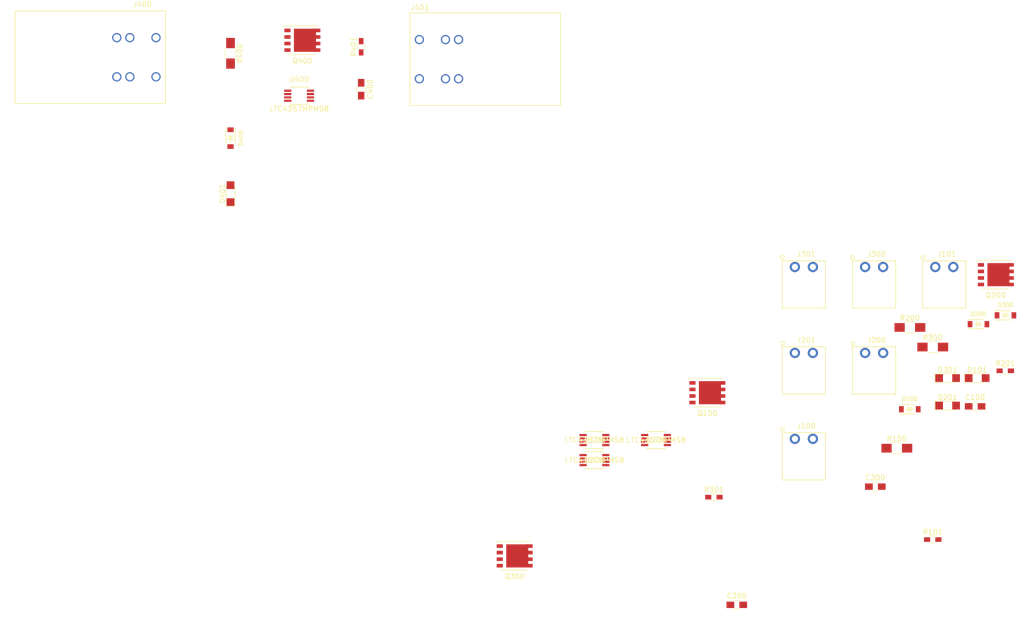
<source format=kicad_pcb>
(kicad_pcb (version 4) (host pcbnew 4.0.6)

  (general
    (links 92)
    (no_connects 76)
    (area 21.275 39.055 208.329286 130.46)
    (thickness 1.6)
    (drawings 0)
    (tracks 0)
    (zones 0)
    (modules 36)
    (nets 53)
  )

  (page A4)
  (layers
    (0 F.Cu signal)
    (31 B.Cu signal)
    (32 B.Adhes user)
    (33 F.Adhes user)
    (34 B.Paste user)
    (35 F.Paste user)
    (36 B.SilkS user)
    (37 F.SilkS user)
    (38 B.Mask user)
    (39 F.Mask user)
    (40 Dwgs.User user)
    (41 Cmts.User user)
    (42 Eco1.User user)
    (43 Eco2.User user)
    (44 Edge.Cuts user)
    (45 Margin user)
    (46 B.CrtYd user)
    (47 F.CrtYd user)
    (48 B.Fab user)
    (49 F.Fab user)
  )

  (setup
    (last_trace_width 0.25)
    (trace_clearance 0.2)
    (zone_clearance 0.508)
    (zone_45_only no)
    (trace_min 0.2)
    (segment_width 0.2)
    (edge_width 0.15)
    (via_size 0.6)
    (via_drill 0.4)
    (via_min_size 0.4)
    (via_min_drill 0.3)
    (uvia_size 0.3)
    (uvia_drill 0.1)
    (uvias_allowed no)
    (uvia_min_size 0.2)
    (uvia_min_drill 0.1)
    (pcb_text_width 0.3)
    (pcb_text_size 1.5 1.5)
    (mod_edge_width 0.15)
    (mod_text_size 1 1)
    (mod_text_width 0.15)
    (pad_size 1.524 1.524)
    (pad_drill 0.762)
    (pad_to_mask_clearance 0.2)
    (aux_axis_origin 0 0)
    (visible_elements 7FFFFFFF)
    (pcbplotparams
      (layerselection 0x00030_80000001)
      (usegerberextensions false)
      (excludeedgelayer true)
      (linewidth 0.100000)
      (plotframeref false)
      (viasonmask false)
      (mode 1)
      (useauxorigin false)
      (hpglpennumber 1)
      (hpglpenspeed 20)
      (hpglpendiameter 15)
      (hpglpenoverlay 2)
      (psnegative false)
      (psa4output false)
      (plotreference true)
      (plotvalue true)
      (plotinvisibletext false)
      (padsonsilk false)
      (subtractmaskfromsilk false)
      (outputformat 1)
      (mirror false)
      (drillshape 1)
      (scaleselection 1)
      (outputdirectory ""))
  )

  (net 0 "")
  (net 1 "Net-(C100-Pad1)")
  (net 2 "Net-(C100-Pad2)")
  (net 3 "Net-(C200-Pad1)")
  (net 4 "Net-(C200-Pad2)")
  (net 5 "Net-(C300-Pad1)")
  (net 6 "Net-(C300-Pad2)")
  (net 7 "Net-(C400-Pad1)")
  (net 8 "Net-(C400-Pad2)")
  (net 9 "Net-(D100-Pad1)")
  (net 10 "Net-(D100-Pad2)")
  (net 11 "Net-(D200-Pad1)")
  (net 12 "Net-(D200-Pad2)")
  (net 13 "Net-(D300-Pad1)")
  (net 14 "Net-(D300-Pad2)")
  (net 15 "Net-(D400-Pad1)")
  (net 16 "Net-(D400-Pad2)")
  (net 17 "Net-(J100-Pad2)")
  (net 18 "Net-(J101-Pad1)")
  (net 19 "Net-(J200-Pad2)")
  (net 20 "Net-(J201-Pad1)")
  (net 21 "Net-(J300-Pad2)")
  (net 22 "Net-(J301-Pad1)")
  (net 23 "Net-(J400-Pad2)")
  (net 24 "Net-(J401-Pad1)")
  (net 25 "Net-(Q100-Pad1)")
  (net 26 "Net-(Q100-Pad3)")
  (net 27 "Net-(Q100-Pad4)")
  (net 28 "Net-(Q100-Pad5)")
  (net 29 "Net-(Q200-Pad1)")
  (net 30 "Net-(Q200-Pad3)")
  (net 31 "Net-(Q200-Pad4)")
  (net 32 "Net-(Q200-Pad5)")
  (net 33 "Net-(Q300-Pad1)")
  (net 34 "Net-(Q300-Pad3)")
  (net 35 "Net-(Q300-Pad4)")
  (net 36 "Net-(Q300-Pad5)")
  (net 37 "Net-(Q400-Pad1)")
  (net 38 "Net-(Q400-Pad3)")
  (net 39 "Net-(Q400-Pad4)")
  (net 40 "Net-(Q400-Pad5)")
  (net 41 "Net-(U100-Pad2)")
  (net 42 "Net-(U100-Pad3)")
  (net 43 "Net-(U100-Pad6)")
  (net 44 "Net-(U200-Pad2)")
  (net 45 "Net-(U200-Pad3)")
  (net 46 "Net-(U200-Pad6)")
  (net 47 "Net-(U300-Pad2)")
  (net 48 "Net-(U300-Pad3)")
  (net 49 "Net-(U300-Pad6)")
  (net 50 "Net-(U400-Pad2)")
  (net 51 "Net-(U400-Pad3)")
  (net 52 "Net-(U400-Pad6)")

  (net_class Default "This is the default net class."
    (clearance 0.2)
    (trace_width 0.25)
    (via_dia 0.6)
    (via_drill 0.4)
    (uvia_dia 0.3)
    (uvia_drill 0.1)
    (add_net "Net-(C100-Pad1)")
    (add_net "Net-(C100-Pad2)")
    (add_net "Net-(C200-Pad1)")
    (add_net "Net-(C200-Pad2)")
    (add_net "Net-(C300-Pad1)")
    (add_net "Net-(C300-Pad2)")
    (add_net "Net-(C400-Pad1)")
    (add_net "Net-(C400-Pad2)")
    (add_net "Net-(D100-Pad1)")
    (add_net "Net-(D100-Pad2)")
    (add_net "Net-(D200-Pad1)")
    (add_net "Net-(D200-Pad2)")
    (add_net "Net-(D300-Pad1)")
    (add_net "Net-(D300-Pad2)")
    (add_net "Net-(D400-Pad1)")
    (add_net "Net-(D400-Pad2)")
    (add_net "Net-(J100-Pad2)")
    (add_net "Net-(J101-Pad1)")
    (add_net "Net-(J200-Pad2)")
    (add_net "Net-(J201-Pad1)")
    (add_net "Net-(J300-Pad2)")
    (add_net "Net-(J301-Pad1)")
    (add_net "Net-(J400-Pad2)")
    (add_net "Net-(J401-Pad1)")
    (add_net "Net-(Q100-Pad1)")
    (add_net "Net-(Q100-Pad3)")
    (add_net "Net-(Q100-Pad4)")
    (add_net "Net-(Q100-Pad5)")
    (add_net "Net-(Q200-Pad1)")
    (add_net "Net-(Q200-Pad3)")
    (add_net "Net-(Q200-Pad4)")
    (add_net "Net-(Q200-Pad5)")
    (add_net "Net-(Q300-Pad1)")
    (add_net "Net-(Q300-Pad3)")
    (add_net "Net-(Q300-Pad4)")
    (add_net "Net-(Q300-Pad5)")
    (add_net "Net-(Q400-Pad1)")
    (add_net "Net-(Q400-Pad3)")
    (add_net "Net-(Q400-Pad4)")
    (add_net "Net-(Q400-Pad5)")
    (add_net "Net-(U100-Pad2)")
    (add_net "Net-(U100-Pad3)")
    (add_net "Net-(U100-Pad6)")
    (add_net "Net-(U200-Pad2)")
    (add_net "Net-(U200-Pad3)")
    (add_net "Net-(U200-Pad6)")
    (add_net "Net-(U300-Pad2)")
    (add_net "Net-(U300-Pad3)")
    (add_net "Net-(U300-Pad6)")
    (add_net "Net-(U400-Pad2)")
    (add_net "Net-(U400-Pad3)")
    (add_net "Net-(U400-Pad6)")
  )

  (module Capacitors_SMD:C_0805_HandSoldering (layer F.Cu) (tedit 58AA84A8) (tstamp 59065041)
    (at 198.740001 89.015)
    (descr "Capacitor SMD 0805, hand soldering")
    (tags "capacitor 0805")
    (path /59063B81)
    (attr smd)
    (fp_text reference C100 (at 0 -1.75) (layer F.SilkS)
      (effects (font (size 1 1) (thickness 0.15)))
    )
    (fp_text value 1uF (at 0 1.75) (layer F.Fab)
      (effects (font (size 1 1) (thickness 0.15)))
    )
    (fp_text user %R (at 0 -1.75) (layer F.Fab)
      (effects (font (size 1 1) (thickness 0.15)))
    )
    (fp_line (start -1 0.62) (end -1 -0.62) (layer F.Fab) (width 0.1))
    (fp_line (start 1 0.62) (end -1 0.62) (layer F.Fab) (width 0.1))
    (fp_line (start 1 -0.62) (end 1 0.62) (layer F.Fab) (width 0.1))
    (fp_line (start -1 -0.62) (end 1 -0.62) (layer F.Fab) (width 0.1))
    (fp_line (start 0.5 -0.85) (end -0.5 -0.85) (layer F.SilkS) (width 0.12))
    (fp_line (start -0.5 0.85) (end 0.5 0.85) (layer F.SilkS) (width 0.12))
    (fp_line (start -2.25 -0.88) (end 2.25 -0.88) (layer F.CrtYd) (width 0.05))
    (fp_line (start -2.25 -0.88) (end -2.25 0.87) (layer F.CrtYd) (width 0.05))
    (fp_line (start 2.25 0.87) (end 2.25 -0.88) (layer F.CrtYd) (width 0.05))
    (fp_line (start 2.25 0.87) (end -2.25 0.87) (layer F.CrtYd) (width 0.05))
    (pad 1 smd rect (at -1.25 0) (size 1.5 1.25) (layers F.Cu F.Paste F.Mask)
      (net 1 "Net-(C100-Pad1)"))
    (pad 2 smd rect (at 1.25 0) (size 1.5 1.25) (layers F.Cu F.Paste F.Mask)
      (net 2 "Net-(C100-Pad2)"))
    (model Capacitors_SMD.3dshapes/C_0805.wrl
      (at (xyz 0 0 0))
      (scale (xyz 1 1 1))
      (rotate (xyz 0 0 0))
    )
  )

  (module Capacitors_SMD:C_0805_HandSoldering (layer F.Cu) (tedit 58AA84A8) (tstamp 59065052)
    (at 152.4 127.635)
    (descr "Capacitor SMD 0805, hand soldering")
    (tags "capacitor 0805")
    (path /590695EB)
    (attr smd)
    (fp_text reference C200 (at 0 -1.75) (layer F.SilkS)
      (effects (font (size 1 1) (thickness 0.15)))
    )
    (fp_text value 1uF (at 0 1.75) (layer F.Fab)
      (effects (font (size 1 1) (thickness 0.15)))
    )
    (fp_text user %R (at 0 -1.75) (layer F.Fab)
      (effects (font (size 1 1) (thickness 0.15)))
    )
    (fp_line (start -1 0.62) (end -1 -0.62) (layer F.Fab) (width 0.1))
    (fp_line (start 1 0.62) (end -1 0.62) (layer F.Fab) (width 0.1))
    (fp_line (start 1 -0.62) (end 1 0.62) (layer F.Fab) (width 0.1))
    (fp_line (start -1 -0.62) (end 1 -0.62) (layer F.Fab) (width 0.1))
    (fp_line (start 0.5 -0.85) (end -0.5 -0.85) (layer F.SilkS) (width 0.12))
    (fp_line (start -0.5 0.85) (end 0.5 0.85) (layer F.SilkS) (width 0.12))
    (fp_line (start -2.25 -0.88) (end 2.25 -0.88) (layer F.CrtYd) (width 0.05))
    (fp_line (start -2.25 -0.88) (end -2.25 0.87) (layer F.CrtYd) (width 0.05))
    (fp_line (start 2.25 0.87) (end 2.25 -0.88) (layer F.CrtYd) (width 0.05))
    (fp_line (start 2.25 0.87) (end -2.25 0.87) (layer F.CrtYd) (width 0.05))
    (pad 1 smd rect (at -1.25 0) (size 1.5 1.25) (layers F.Cu F.Paste F.Mask)
      (net 3 "Net-(C200-Pad1)"))
    (pad 2 smd rect (at 1.25 0) (size 1.5 1.25) (layers F.Cu F.Paste F.Mask)
      (net 4 "Net-(C200-Pad2)"))
    (model Capacitors_SMD.3dshapes/C_0805.wrl
      (at (xyz 0 0 0))
      (scale (xyz 1 1 1))
      (rotate (xyz 0 0 0))
    )
  )

  (module Capacitors_SMD:C_0805_HandSoldering (layer F.Cu) (tedit 58AA84A8) (tstamp 59065063)
    (at 179.340001 104.635)
    (descr "Capacitor SMD 0805, hand soldering")
    (tags "capacitor 0805")
    (path /5906A39D)
    (attr smd)
    (fp_text reference C300 (at 0 -1.75) (layer F.SilkS)
      (effects (font (size 1 1) (thickness 0.15)))
    )
    (fp_text value 1uF (at 0 1.75) (layer F.Fab)
      (effects (font (size 1 1) (thickness 0.15)))
    )
    (fp_text user %R (at 0 -1.75) (layer F.Fab)
      (effects (font (size 1 1) (thickness 0.15)))
    )
    (fp_line (start -1 0.62) (end -1 -0.62) (layer F.Fab) (width 0.1))
    (fp_line (start 1 0.62) (end -1 0.62) (layer F.Fab) (width 0.1))
    (fp_line (start 1 -0.62) (end 1 0.62) (layer F.Fab) (width 0.1))
    (fp_line (start -1 -0.62) (end 1 -0.62) (layer F.Fab) (width 0.1))
    (fp_line (start 0.5 -0.85) (end -0.5 -0.85) (layer F.SilkS) (width 0.12))
    (fp_line (start -0.5 0.85) (end 0.5 0.85) (layer F.SilkS) (width 0.12))
    (fp_line (start -2.25 -0.88) (end 2.25 -0.88) (layer F.CrtYd) (width 0.05))
    (fp_line (start -2.25 -0.88) (end -2.25 0.87) (layer F.CrtYd) (width 0.05))
    (fp_line (start 2.25 0.87) (end 2.25 -0.88) (layer F.CrtYd) (width 0.05))
    (fp_line (start 2.25 0.87) (end -2.25 0.87) (layer F.CrtYd) (width 0.05))
    (pad 1 smd rect (at -1.25 0) (size 1.5 1.25) (layers F.Cu F.Paste F.Mask)
      (net 5 "Net-(C300-Pad1)"))
    (pad 2 smd rect (at 1.25 0) (size 1.5 1.25) (layers F.Cu F.Paste F.Mask)
      (net 6 "Net-(C300-Pad2)"))
    (model Capacitors_SMD.3dshapes/C_0805.wrl
      (at (xyz 0 0 0))
      (scale (xyz 1 1 1))
      (rotate (xyz 0 0 0))
    )
  )

  (module Capacitors_SMD:C_0805_HandSoldering (layer F.Cu) (tedit 58AA84A8) (tstamp 59065074)
    (at 79.375 27.305 270)
    (descr "Capacitor SMD 0805, hand soldering")
    (tags "capacitor 0805")
    (path /5906DAAB)
    (attr smd)
    (fp_text reference C400 (at 0 -1.75 270) (layer F.SilkS)
      (effects (font (size 1 1) (thickness 0.15)))
    )
    (fp_text value 1uF (at 0 1.75 270) (layer F.Fab)
      (effects (font (size 1 1) (thickness 0.15)))
    )
    (fp_text user %R (at 0 -1.75 270) (layer F.Fab)
      (effects (font (size 1 1) (thickness 0.15)))
    )
    (fp_line (start -1 0.62) (end -1 -0.62) (layer F.Fab) (width 0.1))
    (fp_line (start 1 0.62) (end -1 0.62) (layer F.Fab) (width 0.1))
    (fp_line (start 1 -0.62) (end 1 0.62) (layer F.Fab) (width 0.1))
    (fp_line (start -1 -0.62) (end 1 -0.62) (layer F.Fab) (width 0.1))
    (fp_line (start 0.5 -0.85) (end -0.5 -0.85) (layer F.SilkS) (width 0.12))
    (fp_line (start -0.5 0.85) (end 0.5 0.85) (layer F.SilkS) (width 0.12))
    (fp_line (start -2.25 -0.88) (end 2.25 -0.88) (layer F.CrtYd) (width 0.05))
    (fp_line (start -2.25 -0.88) (end -2.25 0.87) (layer F.CrtYd) (width 0.05))
    (fp_line (start 2.25 0.87) (end 2.25 -0.88) (layer F.CrtYd) (width 0.05))
    (fp_line (start 2.25 0.87) (end -2.25 0.87) (layer F.CrtYd) (width 0.05))
    (pad 1 smd rect (at -1.25 0 270) (size 1.5 1.25) (layers F.Cu F.Paste F.Mask)
      (net 7 "Net-(C400-Pad1)"))
    (pad 2 smd rect (at 1.25 0 270) (size 1.5 1.25) (layers F.Cu F.Paste F.Mask)
      (net 8 "Net-(C400-Pad2)"))
    (model Capacitors_SMD.3dshapes/C_0805.wrl
      (at (xyz 0 0 0))
      (scale (xyz 1 1 1))
      (rotate (xyz 0 0 0))
    )
  )

  (module hyperCustom:SOD-123 (layer F.Cu) (tedit 5849A63A) (tstamp 5906508B)
    (at 186.040001 89.575)
    (descr SOD-123)
    (tags SOD-123)
    (path /59065406)
    (attr smd)
    (fp_text reference D100 (at 0 -2) (layer F.SilkS)
      (effects (font (size 0.8 0.8) (thickness 0.15)))
    )
    (fp_text value 25V (at 0 2.1) (layer F.Fab)
      (effects (font (size 0.8 0.8) (thickness 0.15)))
    )
    (fp_line (start 0.25 0) (end 0.75 0) (layer F.SilkS) (width 0.15))
    (fp_line (start 0.25 0.4) (end -0.35 0) (layer F.SilkS) (width 0.15))
    (fp_line (start 0.25 -0.4) (end 0.25 0.4) (layer F.SilkS) (width 0.15))
    (fp_line (start -0.35 0) (end 0.25 -0.4) (layer F.SilkS) (width 0.15))
    (fp_line (start -0.35 0) (end -0.35 0.55) (layer F.SilkS) (width 0.15))
    (fp_line (start -0.35 0) (end -0.35 -0.55) (layer F.SilkS) (width 0.15))
    (fp_line (start -0.75 0) (end -0.35 0) (layer F.SilkS) (width 0.15))
    (fp_line (start -1.35 0.8) (end -1.35 -0.8) (layer F.Fab) (width 0.15))
    (fp_line (start 1.35 0.8) (end -1.35 0.8) (layer F.Fab) (width 0.15))
    (fp_line (start 1.35 -0.8) (end 1.35 0.8) (layer F.Fab) (width 0.15))
    (fp_line (start -1.35 -0.8) (end 1.35 -0.8) (layer F.Fab) (width 0.15))
    (fp_line (start -2.25 -1.05) (end 2.25 -1.05) (layer F.CrtYd) (width 0.05))
    (fp_line (start 2.25 -1.05) (end 2.25 1.05) (layer F.CrtYd) (width 0.05))
    (fp_line (start 2.25 1.05) (end -2.25 1.05) (layer F.CrtYd) (width 0.05))
    (fp_line (start -2.25 -1.05) (end -2.25 1.05) (layer F.CrtYd) (width 0.05))
    (fp_line (start -2 0.9) (end 1 0.9) (layer F.SilkS) (width 0.15))
    (fp_line (start -2 -0.9) (end 1 -0.9) (layer F.SilkS) (width 0.15))
    (pad 1 smd rect (at -1.635 0) (size 0.91 1.22) (layers F.Cu F.Paste F.Mask)
      (net 9 "Net-(D100-Pad1)"))
    (pad 2 smd rect (at 1.635 0) (size 0.91 1.22) (layers F.Cu F.Paste F.Mask)
      (net 10 "Net-(D100-Pad2)"))
    (model ${KISYS3DMOD}/Diodes_SMD.3dshapes/SOD-123.wrl
      (at (xyz 0 0 0))
      (scale (xyz 1 1 1))
      (rotate (xyz 0 0 0))
    )
  )

  (module LEDs:LED_1206 (layer F.Cu) (tedit 57FE943C) (tstamp 590650A0)
    (at 199.140001 83.515)
    (descr "LED 1206 smd package")
    (tags "LED led 1206 SMD smd SMT smt smdled SMDLED smtled SMTLED")
    (path /590654E2)
    (attr smd)
    (fp_text reference D101 (at 0 -1.6) (layer F.SilkS)
      (effects (font (size 1 1) (thickness 0.15)))
    )
    (fp_text value Green (at 0 1.7) (layer F.Fab)
      (effects (font (size 1 1) (thickness 0.15)))
    )
    (fp_line (start -2.5 -0.85) (end -2.5 0.85) (layer F.SilkS) (width 0.12))
    (fp_line (start -0.45 -0.4) (end -0.45 0.4) (layer F.Fab) (width 0.1))
    (fp_line (start -0.4 0) (end 0.2 -0.4) (layer F.Fab) (width 0.1))
    (fp_line (start 0.2 0.4) (end -0.4 0) (layer F.Fab) (width 0.1))
    (fp_line (start 0.2 -0.4) (end 0.2 0.4) (layer F.Fab) (width 0.1))
    (fp_line (start 1.6 0.8) (end -1.6 0.8) (layer F.Fab) (width 0.1))
    (fp_line (start 1.6 -0.8) (end 1.6 0.8) (layer F.Fab) (width 0.1))
    (fp_line (start -1.6 -0.8) (end 1.6 -0.8) (layer F.Fab) (width 0.1))
    (fp_line (start -1.6 0.8) (end -1.6 -0.8) (layer F.Fab) (width 0.1))
    (fp_line (start -2.45 0.85) (end 1.6 0.85) (layer F.SilkS) (width 0.12))
    (fp_line (start -2.45 -0.85) (end 1.6 -0.85) (layer F.SilkS) (width 0.12))
    (fp_line (start 2.65 -1) (end 2.65 1) (layer F.CrtYd) (width 0.05))
    (fp_line (start 2.65 1) (end -2.65 1) (layer F.CrtYd) (width 0.05))
    (fp_line (start -2.65 1) (end -2.65 -1) (layer F.CrtYd) (width 0.05))
    (fp_line (start -2.65 -1) (end 2.65 -1) (layer F.CrtYd) (width 0.05))
    (pad 2 smd rect (at 1.65 0 180) (size 1.5 1.5) (layers F.Cu F.Paste F.Mask)
      (net 10 "Net-(D100-Pad2)"))
    (pad 1 smd rect (at -1.65 0 180) (size 1.5 1.5) (layers F.Cu F.Paste F.Mask)
      (net 2 "Net-(C100-Pad2)"))
    (model LEDs.3dshapes/LED_1206.wrl
      (at (xyz 0 0 0))
      (scale (xyz 1 1 1))
      (rotate (xyz 0 0 180))
    )
  )

  (module hyperCustom:SOD-123 (layer F.Cu) (tedit 5849A63A) (tstamp 590650B7)
    (at 199.39 73.025)
    (descr SOD-123)
    (tags SOD-123)
    (path /59069613)
    (attr smd)
    (fp_text reference D200 (at 0 -2) (layer F.SilkS)
      (effects (font (size 0.8 0.8) (thickness 0.15)))
    )
    (fp_text value 25V (at 0 2.1) (layer F.Fab)
      (effects (font (size 0.8 0.8) (thickness 0.15)))
    )
    (fp_line (start 0.25 0) (end 0.75 0) (layer F.SilkS) (width 0.15))
    (fp_line (start 0.25 0.4) (end -0.35 0) (layer F.SilkS) (width 0.15))
    (fp_line (start 0.25 -0.4) (end 0.25 0.4) (layer F.SilkS) (width 0.15))
    (fp_line (start -0.35 0) (end 0.25 -0.4) (layer F.SilkS) (width 0.15))
    (fp_line (start -0.35 0) (end -0.35 0.55) (layer F.SilkS) (width 0.15))
    (fp_line (start -0.35 0) (end -0.35 -0.55) (layer F.SilkS) (width 0.15))
    (fp_line (start -0.75 0) (end -0.35 0) (layer F.SilkS) (width 0.15))
    (fp_line (start -1.35 0.8) (end -1.35 -0.8) (layer F.Fab) (width 0.15))
    (fp_line (start 1.35 0.8) (end -1.35 0.8) (layer F.Fab) (width 0.15))
    (fp_line (start 1.35 -0.8) (end 1.35 0.8) (layer F.Fab) (width 0.15))
    (fp_line (start -1.35 -0.8) (end 1.35 -0.8) (layer F.Fab) (width 0.15))
    (fp_line (start -2.25 -1.05) (end 2.25 -1.05) (layer F.CrtYd) (width 0.05))
    (fp_line (start 2.25 -1.05) (end 2.25 1.05) (layer F.CrtYd) (width 0.05))
    (fp_line (start 2.25 1.05) (end -2.25 1.05) (layer F.CrtYd) (width 0.05))
    (fp_line (start -2.25 -1.05) (end -2.25 1.05) (layer F.CrtYd) (width 0.05))
    (fp_line (start -2 0.9) (end 1 0.9) (layer F.SilkS) (width 0.15))
    (fp_line (start -2 -0.9) (end 1 -0.9) (layer F.SilkS) (width 0.15))
    (pad 1 smd rect (at -1.635 0) (size 0.91 1.22) (layers F.Cu F.Paste F.Mask)
      (net 11 "Net-(D200-Pad1)"))
    (pad 2 smd rect (at 1.635 0) (size 0.91 1.22) (layers F.Cu F.Paste F.Mask)
      (net 12 "Net-(D200-Pad2)"))
    (model ${KISYS3DMOD}/Diodes_SMD.3dshapes/SOD-123.wrl
      (at (xyz 0 0 0))
      (scale (xyz 1 1 1))
      (rotate (xyz 0 0 0))
    )
  )

  (module LEDs:LED_1206 (layer F.Cu) (tedit 57FE943C) (tstamp 590650CC)
    (at 193.390001 88.865)
    (descr "LED 1206 smd package")
    (tags "LED led 1206 SMD smd SMT smt smdled SMDLED smtled SMTLED")
    (path /5906961C)
    (attr smd)
    (fp_text reference D201 (at 0 -1.6) (layer F.SilkS)
      (effects (font (size 1 1) (thickness 0.15)))
    )
    (fp_text value Green (at 0 1.7) (layer F.Fab)
      (effects (font (size 1 1) (thickness 0.15)))
    )
    (fp_line (start -2.5 -0.85) (end -2.5 0.85) (layer F.SilkS) (width 0.12))
    (fp_line (start -0.45 -0.4) (end -0.45 0.4) (layer F.Fab) (width 0.1))
    (fp_line (start -0.4 0) (end 0.2 -0.4) (layer F.Fab) (width 0.1))
    (fp_line (start 0.2 0.4) (end -0.4 0) (layer F.Fab) (width 0.1))
    (fp_line (start 0.2 -0.4) (end 0.2 0.4) (layer F.Fab) (width 0.1))
    (fp_line (start 1.6 0.8) (end -1.6 0.8) (layer F.Fab) (width 0.1))
    (fp_line (start 1.6 -0.8) (end 1.6 0.8) (layer F.Fab) (width 0.1))
    (fp_line (start -1.6 -0.8) (end 1.6 -0.8) (layer F.Fab) (width 0.1))
    (fp_line (start -1.6 0.8) (end -1.6 -0.8) (layer F.Fab) (width 0.1))
    (fp_line (start -2.45 0.85) (end 1.6 0.85) (layer F.SilkS) (width 0.12))
    (fp_line (start -2.45 -0.85) (end 1.6 -0.85) (layer F.SilkS) (width 0.12))
    (fp_line (start 2.65 -1) (end 2.65 1) (layer F.CrtYd) (width 0.05))
    (fp_line (start 2.65 1) (end -2.65 1) (layer F.CrtYd) (width 0.05))
    (fp_line (start -2.65 1) (end -2.65 -1) (layer F.CrtYd) (width 0.05))
    (fp_line (start -2.65 -1) (end 2.65 -1) (layer F.CrtYd) (width 0.05))
    (pad 2 smd rect (at 1.65 0 180) (size 1.5 1.5) (layers F.Cu F.Paste F.Mask)
      (net 12 "Net-(D200-Pad2)"))
    (pad 1 smd rect (at -1.65 0 180) (size 1.5 1.5) (layers F.Cu F.Paste F.Mask)
      (net 4 "Net-(C200-Pad2)"))
    (model LEDs.3dshapes/LED_1206.wrl
      (at (xyz 0 0 0))
      (scale (xyz 1 1 1))
      (rotate (xyz 0 0 180))
    )
  )

  (module hyperCustom:SOD-123 (layer F.Cu) (tedit 5849A63A) (tstamp 590650E3)
    (at 204.640001 71.305)
    (descr SOD-123)
    (tags SOD-123)
    (path /5906A3C5)
    (attr smd)
    (fp_text reference D300 (at 0 -2) (layer F.SilkS)
      (effects (font (size 0.8 0.8) (thickness 0.15)))
    )
    (fp_text value 25V (at 0 2.1) (layer F.Fab)
      (effects (font (size 0.8 0.8) (thickness 0.15)))
    )
    (fp_line (start 0.25 0) (end 0.75 0) (layer F.SilkS) (width 0.15))
    (fp_line (start 0.25 0.4) (end -0.35 0) (layer F.SilkS) (width 0.15))
    (fp_line (start 0.25 -0.4) (end 0.25 0.4) (layer F.SilkS) (width 0.15))
    (fp_line (start -0.35 0) (end 0.25 -0.4) (layer F.SilkS) (width 0.15))
    (fp_line (start -0.35 0) (end -0.35 0.55) (layer F.SilkS) (width 0.15))
    (fp_line (start -0.35 0) (end -0.35 -0.55) (layer F.SilkS) (width 0.15))
    (fp_line (start -0.75 0) (end -0.35 0) (layer F.SilkS) (width 0.15))
    (fp_line (start -1.35 0.8) (end -1.35 -0.8) (layer F.Fab) (width 0.15))
    (fp_line (start 1.35 0.8) (end -1.35 0.8) (layer F.Fab) (width 0.15))
    (fp_line (start 1.35 -0.8) (end 1.35 0.8) (layer F.Fab) (width 0.15))
    (fp_line (start -1.35 -0.8) (end 1.35 -0.8) (layer F.Fab) (width 0.15))
    (fp_line (start -2.25 -1.05) (end 2.25 -1.05) (layer F.CrtYd) (width 0.05))
    (fp_line (start 2.25 -1.05) (end 2.25 1.05) (layer F.CrtYd) (width 0.05))
    (fp_line (start 2.25 1.05) (end -2.25 1.05) (layer F.CrtYd) (width 0.05))
    (fp_line (start -2.25 -1.05) (end -2.25 1.05) (layer F.CrtYd) (width 0.05))
    (fp_line (start -2 0.9) (end 1 0.9) (layer F.SilkS) (width 0.15))
    (fp_line (start -2 -0.9) (end 1 -0.9) (layer F.SilkS) (width 0.15))
    (pad 1 smd rect (at -1.635 0) (size 0.91 1.22) (layers F.Cu F.Paste F.Mask)
      (net 13 "Net-(D300-Pad1)"))
    (pad 2 smd rect (at 1.635 0) (size 0.91 1.22) (layers F.Cu F.Paste F.Mask)
      (net 14 "Net-(D300-Pad2)"))
    (model ${KISYS3DMOD}/Diodes_SMD.3dshapes/SOD-123.wrl
      (at (xyz 0 0 0))
      (scale (xyz 1 1 1))
      (rotate (xyz 0 0 0))
    )
  )

  (module LEDs:LED_1206 (layer F.Cu) (tedit 57FE943C) (tstamp 590650F8)
    (at 193.390001 83.515)
    (descr "LED 1206 smd package")
    (tags "LED led 1206 SMD smd SMT smt smdled SMDLED smtled SMTLED")
    (path /5906A3CE)
    (attr smd)
    (fp_text reference D301 (at 0 -1.6) (layer F.SilkS)
      (effects (font (size 1 1) (thickness 0.15)))
    )
    (fp_text value Green (at 0 1.7) (layer F.Fab)
      (effects (font (size 1 1) (thickness 0.15)))
    )
    (fp_line (start -2.5 -0.85) (end -2.5 0.85) (layer F.SilkS) (width 0.12))
    (fp_line (start -0.45 -0.4) (end -0.45 0.4) (layer F.Fab) (width 0.1))
    (fp_line (start -0.4 0) (end 0.2 -0.4) (layer F.Fab) (width 0.1))
    (fp_line (start 0.2 0.4) (end -0.4 0) (layer F.Fab) (width 0.1))
    (fp_line (start 0.2 -0.4) (end 0.2 0.4) (layer F.Fab) (width 0.1))
    (fp_line (start 1.6 0.8) (end -1.6 0.8) (layer F.Fab) (width 0.1))
    (fp_line (start 1.6 -0.8) (end 1.6 0.8) (layer F.Fab) (width 0.1))
    (fp_line (start -1.6 -0.8) (end 1.6 -0.8) (layer F.Fab) (width 0.1))
    (fp_line (start -1.6 0.8) (end -1.6 -0.8) (layer F.Fab) (width 0.1))
    (fp_line (start -2.45 0.85) (end 1.6 0.85) (layer F.SilkS) (width 0.12))
    (fp_line (start -2.45 -0.85) (end 1.6 -0.85) (layer F.SilkS) (width 0.12))
    (fp_line (start 2.65 -1) (end 2.65 1) (layer F.CrtYd) (width 0.05))
    (fp_line (start 2.65 1) (end -2.65 1) (layer F.CrtYd) (width 0.05))
    (fp_line (start -2.65 1) (end -2.65 -1) (layer F.CrtYd) (width 0.05))
    (fp_line (start -2.65 -1) (end 2.65 -1) (layer F.CrtYd) (width 0.05))
    (pad 2 smd rect (at 1.65 0 180) (size 1.5 1.5) (layers F.Cu F.Paste F.Mask)
      (net 14 "Net-(D300-Pad2)"))
    (pad 1 smd rect (at -1.65 0 180) (size 1.5 1.5) (layers F.Cu F.Paste F.Mask)
      (net 6 "Net-(C300-Pad2)"))
    (model LEDs.3dshapes/LED_1206.wrl
      (at (xyz 0 0 0))
      (scale (xyz 1 1 1))
      (rotate (xyz 0 0 180))
    )
  )

  (module hyperCustom:SOD-123 (layer F.Cu) (tedit 5849A63A) (tstamp 5906510F)
    (at 53.975 36.83 270)
    (descr SOD-123)
    (tags SOD-123)
    (path /5906DAD3)
    (attr smd)
    (fp_text reference D400 (at 0 -2 270) (layer F.SilkS)
      (effects (font (size 0.8 0.8) (thickness 0.15)))
    )
    (fp_text value 25V (at 0 2.1 270) (layer F.Fab)
      (effects (font (size 0.8 0.8) (thickness 0.15)))
    )
    (fp_line (start 0.25 0) (end 0.75 0) (layer F.SilkS) (width 0.15))
    (fp_line (start 0.25 0.4) (end -0.35 0) (layer F.SilkS) (width 0.15))
    (fp_line (start 0.25 -0.4) (end 0.25 0.4) (layer F.SilkS) (width 0.15))
    (fp_line (start -0.35 0) (end 0.25 -0.4) (layer F.SilkS) (width 0.15))
    (fp_line (start -0.35 0) (end -0.35 0.55) (layer F.SilkS) (width 0.15))
    (fp_line (start -0.35 0) (end -0.35 -0.55) (layer F.SilkS) (width 0.15))
    (fp_line (start -0.75 0) (end -0.35 0) (layer F.SilkS) (width 0.15))
    (fp_line (start -1.35 0.8) (end -1.35 -0.8) (layer F.Fab) (width 0.15))
    (fp_line (start 1.35 0.8) (end -1.35 0.8) (layer F.Fab) (width 0.15))
    (fp_line (start 1.35 -0.8) (end 1.35 0.8) (layer F.Fab) (width 0.15))
    (fp_line (start -1.35 -0.8) (end 1.35 -0.8) (layer F.Fab) (width 0.15))
    (fp_line (start -2.25 -1.05) (end 2.25 -1.05) (layer F.CrtYd) (width 0.05))
    (fp_line (start 2.25 -1.05) (end 2.25 1.05) (layer F.CrtYd) (width 0.05))
    (fp_line (start 2.25 1.05) (end -2.25 1.05) (layer F.CrtYd) (width 0.05))
    (fp_line (start -2.25 -1.05) (end -2.25 1.05) (layer F.CrtYd) (width 0.05))
    (fp_line (start -2 0.9) (end 1 0.9) (layer F.SilkS) (width 0.15))
    (fp_line (start -2 -0.9) (end 1 -0.9) (layer F.SilkS) (width 0.15))
    (pad 1 smd rect (at -1.635 0 270) (size 0.91 1.22) (layers F.Cu F.Paste F.Mask)
      (net 15 "Net-(D400-Pad1)"))
    (pad 2 smd rect (at 1.635 0 270) (size 0.91 1.22) (layers F.Cu F.Paste F.Mask)
      (net 16 "Net-(D400-Pad2)"))
    (model ${KISYS3DMOD}/Diodes_SMD.3dshapes/SOD-123.wrl
      (at (xyz 0 0 0))
      (scale (xyz 1 1 1))
      (rotate (xyz 0 0 0))
    )
  )

  (module LEDs:LED_1206 (layer F.Cu) (tedit 57FE943C) (tstamp 59065124)
    (at 53.975 47.625 90)
    (descr "LED 1206 smd package")
    (tags "LED led 1206 SMD smd SMT smt smdled SMDLED smtled SMTLED")
    (path /5906DADC)
    (attr smd)
    (fp_text reference D401 (at 0 -1.6 90) (layer F.SilkS)
      (effects (font (size 1 1) (thickness 0.15)))
    )
    (fp_text value Green (at 0 1.7 90) (layer F.Fab)
      (effects (font (size 1 1) (thickness 0.15)))
    )
    (fp_line (start -2.5 -0.85) (end -2.5 0.85) (layer F.SilkS) (width 0.12))
    (fp_line (start -0.45 -0.4) (end -0.45 0.4) (layer F.Fab) (width 0.1))
    (fp_line (start -0.4 0) (end 0.2 -0.4) (layer F.Fab) (width 0.1))
    (fp_line (start 0.2 0.4) (end -0.4 0) (layer F.Fab) (width 0.1))
    (fp_line (start 0.2 -0.4) (end 0.2 0.4) (layer F.Fab) (width 0.1))
    (fp_line (start 1.6 0.8) (end -1.6 0.8) (layer F.Fab) (width 0.1))
    (fp_line (start 1.6 -0.8) (end 1.6 0.8) (layer F.Fab) (width 0.1))
    (fp_line (start -1.6 -0.8) (end 1.6 -0.8) (layer F.Fab) (width 0.1))
    (fp_line (start -1.6 0.8) (end -1.6 -0.8) (layer F.Fab) (width 0.1))
    (fp_line (start -2.45 0.85) (end 1.6 0.85) (layer F.SilkS) (width 0.12))
    (fp_line (start -2.45 -0.85) (end 1.6 -0.85) (layer F.SilkS) (width 0.12))
    (fp_line (start 2.65 -1) (end 2.65 1) (layer F.CrtYd) (width 0.05))
    (fp_line (start 2.65 1) (end -2.65 1) (layer F.CrtYd) (width 0.05))
    (fp_line (start -2.65 1) (end -2.65 -1) (layer F.CrtYd) (width 0.05))
    (fp_line (start -2.65 -1) (end 2.65 -1) (layer F.CrtYd) (width 0.05))
    (pad 2 smd rect (at 1.65 0 270) (size 1.5 1.5) (layers F.Cu F.Paste F.Mask)
      (net 16 "Net-(D400-Pad2)"))
    (pad 1 smd rect (at -1.65 0 270) (size 1.5 1.5) (layers F.Cu F.Paste F.Mask)
      (net 8 "Net-(C400-Pad2)"))
    (model LEDs.3dshapes/LED_1206.wrl
      (at (xyz 0 0 0))
      (scale (xyz 1 1 1))
      (rotate (xyz 0 0 180))
    )
  )

  (module hyperCustom:CONN_PHOENIX_1844210_2PIN (layer F.Cu) (tedit 583FC74A) (tstamp 5906512F)
    (at 161.248333 103.335)
    (path /59064828)
    (fp_text reference J100 (at 4.67 -10.5) (layer F.SilkS)
      (effects (font (size 1 1) (thickness 0.15)))
    )
    (fp_text value CONN_01X02 (at 0.05 4.17) (layer F.Fab)
      (effects (font (size 1 1) (thickness 0.15)))
    )
    (fp_circle (center 0.03 -9.86) (end 0.4 -9.79) (layer F.SilkS) (width 0.15))
    (fp_line (start 0 -9.2) (end 8.4 -9.2) (layer F.SilkS) (width 0.15))
    (fp_line (start 8.4 0) (end 8.4 -9.2) (layer F.SilkS) (width 0.15))
    (fp_line (start 0 0) (end 0 -9.2) (layer F.SilkS) (width 0.15))
    (fp_line (start 0 0) (end 8.4 0) (layer F.SilkS) (width 0.15))
    (pad 1 thru_hole circle (at 2.45 -8) (size 2 2) (drill 1.2) (layers *.Cu *.Mask)
      (net 2 "Net-(C100-Pad2)"))
    (pad 2 thru_hole circle (at 5.95 -8) (size 2 2) (drill 1.2) (layers *.Cu *.Mask)
      (net 17 "Net-(J100-Pad2)"))
  )

  (module hyperCustom:CONN_PHOENIX_1844210_2PIN (layer F.Cu) (tedit 583FC74A) (tstamp 5906513A)
    (at 188.548333 69.895)
    (path /59064D30)
    (fp_text reference J101 (at 4.67 -10.5) (layer F.SilkS)
      (effects (font (size 1 1) (thickness 0.15)))
    )
    (fp_text value CONN_01X02 (at 0.05 4.17) (layer F.Fab)
      (effects (font (size 1 1) (thickness 0.15)))
    )
    (fp_circle (center 0.03 -9.86) (end 0.4 -9.79) (layer F.SilkS) (width 0.15))
    (fp_line (start 0 -9.2) (end 8.4 -9.2) (layer F.SilkS) (width 0.15))
    (fp_line (start 8.4 0) (end 8.4 -9.2) (layer F.SilkS) (width 0.15))
    (fp_line (start 0 0) (end 0 -9.2) (layer F.SilkS) (width 0.15))
    (fp_line (start 0 0) (end 8.4 0) (layer F.SilkS) (width 0.15))
    (pad 1 thru_hole circle (at 2.45 -8) (size 2 2) (drill 1.2) (layers *.Cu *.Mask)
      (net 18 "Net-(J101-Pad1)"))
    (pad 2 thru_hole circle (at 5.95 -8) (size 2 2) (drill 1.2) (layers *.Cu *.Mask)
      (net 2 "Net-(C100-Pad2)"))
  )

  (module hyperCustom:CONN_PHOENIX_1844210_2PIN (layer F.Cu) (tedit 583FC74A) (tstamp 59065145)
    (at 174.898333 86.615)
    (path /590695F6)
    (fp_text reference J200 (at 4.67 -10.5) (layer F.SilkS)
      (effects (font (size 1 1) (thickness 0.15)))
    )
    (fp_text value CONN_01X02 (at 0.05 4.17) (layer F.Fab)
      (effects (font (size 1 1) (thickness 0.15)))
    )
    (fp_circle (center 0.03 -9.86) (end 0.4 -9.79) (layer F.SilkS) (width 0.15))
    (fp_line (start 0 -9.2) (end 8.4 -9.2) (layer F.SilkS) (width 0.15))
    (fp_line (start 8.4 0) (end 8.4 -9.2) (layer F.SilkS) (width 0.15))
    (fp_line (start 0 0) (end 0 -9.2) (layer F.SilkS) (width 0.15))
    (fp_line (start 0 0) (end 8.4 0) (layer F.SilkS) (width 0.15))
    (pad 1 thru_hole circle (at 2.45 -8) (size 2 2) (drill 1.2) (layers *.Cu *.Mask)
      (net 4 "Net-(C200-Pad2)"))
    (pad 2 thru_hole circle (at 5.95 -8) (size 2 2) (drill 1.2) (layers *.Cu *.Mask)
      (net 19 "Net-(J200-Pad2)"))
  )

  (module hyperCustom:CONN_PHOENIX_1844210_2PIN (layer F.Cu) (tedit 583FC74A) (tstamp 59065150)
    (at 161.248333 86.615)
    (path /590695FF)
    (fp_text reference J201 (at 4.67 -10.5) (layer F.SilkS)
      (effects (font (size 1 1) (thickness 0.15)))
    )
    (fp_text value CONN_01X02 (at 0.05 4.17) (layer F.Fab)
      (effects (font (size 1 1) (thickness 0.15)))
    )
    (fp_circle (center 0.03 -9.86) (end 0.4 -9.79) (layer F.SilkS) (width 0.15))
    (fp_line (start 0 -9.2) (end 8.4 -9.2) (layer F.SilkS) (width 0.15))
    (fp_line (start 8.4 0) (end 8.4 -9.2) (layer F.SilkS) (width 0.15))
    (fp_line (start 0 0) (end 0 -9.2) (layer F.SilkS) (width 0.15))
    (fp_line (start 0 0) (end 8.4 0) (layer F.SilkS) (width 0.15))
    (pad 1 thru_hole circle (at 2.45 -8) (size 2 2) (drill 1.2) (layers *.Cu *.Mask)
      (net 20 "Net-(J201-Pad1)"))
    (pad 2 thru_hole circle (at 5.95 -8) (size 2 2) (drill 1.2) (layers *.Cu *.Mask)
      (net 4 "Net-(C200-Pad2)"))
  )

  (module hyperCustom:CONN_PHOENIX_1844210_2PIN (layer F.Cu) (tedit 583FC74A) (tstamp 5906515B)
    (at 174.898333 69.895)
    (path /5906A3A8)
    (fp_text reference J300 (at 4.67 -10.5) (layer F.SilkS)
      (effects (font (size 1 1) (thickness 0.15)))
    )
    (fp_text value CONN_01X02 (at 0.05 4.17) (layer F.Fab)
      (effects (font (size 1 1) (thickness 0.15)))
    )
    (fp_circle (center 0.03 -9.86) (end 0.4 -9.79) (layer F.SilkS) (width 0.15))
    (fp_line (start 0 -9.2) (end 8.4 -9.2) (layer F.SilkS) (width 0.15))
    (fp_line (start 8.4 0) (end 8.4 -9.2) (layer F.SilkS) (width 0.15))
    (fp_line (start 0 0) (end 0 -9.2) (layer F.SilkS) (width 0.15))
    (fp_line (start 0 0) (end 8.4 0) (layer F.SilkS) (width 0.15))
    (pad 1 thru_hole circle (at 2.45 -8) (size 2 2) (drill 1.2) (layers *.Cu *.Mask)
      (net 6 "Net-(C300-Pad2)"))
    (pad 2 thru_hole circle (at 5.95 -8) (size 2 2) (drill 1.2) (layers *.Cu *.Mask)
      (net 21 "Net-(J300-Pad2)"))
  )

  (module hyperCustom:CONN_PHOENIX_1844210_2PIN (layer F.Cu) (tedit 583FC74A) (tstamp 59065166)
    (at 161.248333 69.895)
    (path /5906A3B1)
    (fp_text reference J301 (at 4.67 -10.5) (layer F.SilkS)
      (effects (font (size 1 1) (thickness 0.15)))
    )
    (fp_text value CONN_01X02 (at 0.05 4.17) (layer F.Fab)
      (effects (font (size 1 1) (thickness 0.15)))
    )
    (fp_circle (center 0.03 -9.86) (end 0.4 -9.79) (layer F.SilkS) (width 0.15))
    (fp_line (start 0 -9.2) (end 8.4 -9.2) (layer F.SilkS) (width 0.15))
    (fp_line (start 8.4 0) (end 8.4 -9.2) (layer F.SilkS) (width 0.15))
    (fp_line (start 0 0) (end 0 -9.2) (layer F.SilkS) (width 0.15))
    (fp_line (start 0 0) (end 8.4 0) (layer F.SilkS) (width 0.15))
    (pad 1 thru_hole circle (at 2.45 -8) (size 2 2) (drill 1.2) (layers *.Cu *.Mask)
      (net 22 "Net-(J301-Pad1)"))
    (pad 2 thru_hole circle (at 5.95 -8) (size 2 2) (drill 1.2) (layers *.Cu *.Mask)
      (net 6 "Net-(C300-Pad2)"))
  )

  (module hyperCustom:CONN_PHOENIX_1720466_2PIN (layer F.Cu) (tedit 59062EFE) (tstamp 59065174)
    (at 12.065 12.065 270)
    (path /5906DAB6)
    (fp_text reference J400 (at -1.27 -24.765 360) (layer F.SilkS)
      (effects (font (size 1 1) (thickness 0.15)))
    )
    (fp_text value CONN_01X02 (at 9.11 2.06 270) (layer F.Fab)
      (effects (font (size 1 1) (thickness 0.15)))
    )
    (fp_line (start 18.04 0) (end 18.04 -29.25) (layer F.SilkS) (width 0.15))
    (fp_line (start 0 -29.25) (end 18.04 -29.25) (layer F.SilkS) (width 0.15))
    (fp_line (start 0 0) (end 0 -29.25) (layer F.SilkS) (width 0.15))
    (fp_line (start 0 0) (end 18.04 0) (layer F.SilkS) (width 0.15))
    (pad 1 thru_hole circle (at 5.21 -27.42 270) (size 1.8 1.8) (drill 1.3) (layers *.Cu *.Mask)
      (net 8 "Net-(C400-Pad2)"))
    (pad 1 thru_hole circle (at 5.21 -22.34 270) (size 1.8 1.8) (drill 1.3) (layers *.Cu *.Mask)
      (net 8 "Net-(C400-Pad2)"))
    (pad 1 thru_hole circle (at 5.21 -19.8 270) (size 1.8 1.8) (drill 1.3) (layers *.Cu *.Mask)
      (net 8 "Net-(C400-Pad2)"))
    (pad 2 thru_hole circle (at 12.83 -27.42 270) (size 1.8 1.8) (drill 1.3) (layers *.Cu *.Mask)
      (net 23 "Net-(J400-Pad2)"))
    (pad 3 thru_hole circle (at 12.83 -22.34 270) (size 1.8 1.8) (drill 1.3) (layers *.Cu *.Mask))
    (pad 4 thru_hole circle (at 12.83 -19.8 270) (size 1.8 1.8) (drill 1.3) (layers *.Cu *.Mask))
  )

  (module hyperCustom:CONN_PHOENIX_1720466_2PIN (layer F.Cu) (tedit 59062EFA) (tstamp 59065182)
    (at 118.11 30.48 90)
    (path /5906DABF)
    (fp_text reference J401 (at 19.05 -27.305 180) (layer F.SilkS)
      (effects (font (size 1 1) (thickness 0.15)))
    )
    (fp_text value CONN_01X02 (at 9.11 2.06 90) (layer F.Fab)
      (effects (font (size 1 1) (thickness 0.15)))
    )
    (fp_line (start 18.04 0) (end 18.04 -29.25) (layer F.SilkS) (width 0.15))
    (fp_line (start 0 -29.25) (end 18.04 -29.25) (layer F.SilkS) (width 0.15))
    (fp_line (start 0 0) (end 0 -29.25) (layer F.SilkS) (width 0.15))
    (fp_line (start 0 0) (end 18.04 0) (layer F.SilkS) (width 0.15))
    (pad 1 thru_hole circle (at 5.21 -27.42 90) (size 1.8 1.8) (drill 1.3) (layers *.Cu *.Mask)
      (net 24 "Net-(J401-Pad1)"))
    (pad 1 thru_hole circle (at 5.21 -22.34 90) (size 1.8 1.8) (drill 1.3) (layers *.Cu *.Mask)
      (net 24 "Net-(J401-Pad1)"))
    (pad 1 thru_hole circle (at 5.21 -19.8 90) (size 1.8 1.8) (drill 1.3) (layers *.Cu *.Mask)
      (net 24 "Net-(J401-Pad1)"))
    (pad 2 thru_hole circle (at 12.83 -27.42 90) (size 1.8 1.8) (drill 1.3) (layers *.Cu *.Mask)
      (net 8 "Net-(C400-Pad2)"))
    (pad 3 thru_hole circle (at 12.83 -22.34 90) (size 1.8 1.8) (drill 1.3) (layers *.Cu *.Mask))
    (pad 4 thru_hole circle (at 12.83 -19.8 90) (size 1.8 1.8) (drill 1.3) (layers *.Cu *.Mask))
  )

  (module TO_SOT_Packages_SMD:TDSON-8-1_HandSoldering (layer F.Cu) (tedit 58CE4E80) (tstamp 590651A0)
    (at 146.685 86.36)
    (descr "Power MOSFET package, TDSON-8-1, SuperS08, SON-8_5x6mm")
    (tags "tdson ")
    (path /590639BF)
    (attr smd)
    (fp_text reference Q100 (at 0 4) (layer F.SilkS)
      (effects (font (size 1 1) (thickness 0.15)))
    )
    (fp_text value CSD19502Q5B (at 0 -4) (layer F.Fab)
      (effects (font (size 1 1) (thickness 0.15)))
    )
    (fp_text user %R (at 0 -1) (layer F.Fab)
      (effects (font (size 1 1) (thickness 0.15)))
    )
    (fp_line (start -3.6 -2.8) (end -3.6 -2.4) (layer F.SilkS) (width 0.12))
    (fp_line (start -2 -2.6) (end 3 -2.6) (layer F.Fab) (width 0.1))
    (fp_line (start -3 2.6) (end -3 -1.6) (layer F.Fab) (width 0.1))
    (fp_line (start 3 2.6) (end -3 2.6) (layer F.Fab) (width 0.1))
    (fp_line (start 3 -2.6) (end 3 2.6) (layer F.Fab) (width 0.1))
    (fp_line (start -3.75 3) (end 3.75 3) (layer F.CrtYd) (width 0.05))
    (fp_line (start -3.75 -3) (end -3.75 3) (layer F.CrtYd) (width 0.05))
    (fp_line (start 3.75 -3) (end -3.75 -3) (layer F.CrtYd) (width 0.05))
    (fp_line (start 3.75 3) (end 3.75 -3) (layer F.CrtYd) (width 0.05))
    (fp_line (start 3 -2.8) (end -3.6 -2.8) (layer F.SilkS) (width 0.12))
    (fp_line (start 2.6 2.8) (end -2.6 2.8) (layer F.SilkS) (width 0.12))
    (fp_line (start -2 -2.6) (end -3 -1.6) (layer F.Fab) (width 0.1))
    (pad 1 smd rect (at -2.9 -1.91 270) (size 0.7 1.2) (layers F.Cu F.Paste F.Mask)
      (net 25 "Net-(Q100-Pad1)"))
    (pad 2 smd rect (at -2.9 -0.64 270) (size 0.7 1.2) (layers F.Cu F.Paste F.Mask)
      (net 17 "Net-(J100-Pad2)"))
    (pad 3 smd rect (at -2.9 0.64 270) (size 0.7 1.2) (layers F.Cu F.Paste F.Mask)
      (net 26 "Net-(Q100-Pad3)"))
    (pad 4 smd rect (at -2.9 1.91 270) (size 0.7 1.2) (layers F.Cu F.Paste F.Mask)
      (net 27 "Net-(Q100-Pad4)"))
    (pad 5 smd rect (at 2.9 1.91 270) (size 0.7 1.2) (layers F.Cu F.Paste F.Mask)
      (net 28 "Net-(Q100-Pad5)"))
    (pad 5 smd rect (at 2.9 0.64 270) (size 0.7 1.2) (layers F.Cu F.Paste F.Mask)
      (net 28 "Net-(Q100-Pad5)"))
    (pad 5 smd rect (at 2.9 -0.64 270) (size 0.7 1.2) (layers F.Cu F.Paste F.Mask)
      (net 28 "Net-(Q100-Pad5)"))
    (pad 5 smd rect (at 2.9 -1.91 270) (size 0.7 1.2) (layers F.Cu F.Paste F.Mask)
      (net 28 "Net-(Q100-Pad5)"))
    (pad 5 smd rect (at 0.5 0 270) (size 4.5 4.29) (layers F.Cu F.Paste F.Mask)
      (net 28 "Net-(Q100-Pad5)"))
    (pad 5 smd rect (at 1.25 -1.09 270) (size 1.55 1.6) (layers F.Cu F.Paste F.Mask)
      (net 28 "Net-(Q100-Pad5)"))
    (pad 5 smd rect (at 1.25 1.09 270) (size 1.55 1.6) (layers F.Cu F.Paste F.Mask)
      (net 28 "Net-(Q100-Pad5)"))
    (pad 5 smd rect (at -0.75 -1.09 270) (size 1.55 1.2) (layers F.Cu F.Paste F.Mask)
      (net 28 "Net-(Q100-Pad5)"))
    (pad 5 smd rect (at -0.75 1.09 270) (size 1.55 1.2) (layers F.Cu F.Paste F.Mask)
      (net 28 "Net-(Q100-Pad5)"))
    (model ${KISYS3DMOD}/TO_SOT_Packages_SMD.3dshapes\TDSON-8-1.wrl
      (at (xyz 0 0 0))
      (scale (xyz 1 1 1))
      (rotate (xyz 0 0 0))
    )
  )

  (module TO_SOT_Packages_SMD:TDSON-8-1_HandSoldering (layer F.Cu) (tedit 58CE4E80) (tstamp 590651BE)
    (at 202.772143 63.395)
    (descr "Power MOSFET package, TDSON-8-1, SuperS08, SON-8_5x6mm")
    (tags "tdson ")
    (path /590695D1)
    (attr smd)
    (fp_text reference Q200 (at 0 4) (layer F.SilkS)
      (effects (font (size 1 1) (thickness 0.15)))
    )
    (fp_text value CSD19502Q5B (at 0 -4) (layer F.Fab)
      (effects (font (size 1 1) (thickness 0.15)))
    )
    (fp_text user %R (at 0 -1) (layer F.Fab)
      (effects (font (size 1 1) (thickness 0.15)))
    )
    (fp_line (start -3.6 -2.8) (end -3.6 -2.4) (layer F.SilkS) (width 0.12))
    (fp_line (start -2 -2.6) (end 3 -2.6) (layer F.Fab) (width 0.1))
    (fp_line (start -3 2.6) (end -3 -1.6) (layer F.Fab) (width 0.1))
    (fp_line (start 3 2.6) (end -3 2.6) (layer F.Fab) (width 0.1))
    (fp_line (start 3 -2.6) (end 3 2.6) (layer F.Fab) (width 0.1))
    (fp_line (start -3.75 3) (end 3.75 3) (layer F.CrtYd) (width 0.05))
    (fp_line (start -3.75 -3) (end -3.75 3) (layer F.CrtYd) (width 0.05))
    (fp_line (start 3.75 -3) (end -3.75 -3) (layer F.CrtYd) (width 0.05))
    (fp_line (start 3.75 3) (end 3.75 -3) (layer F.CrtYd) (width 0.05))
    (fp_line (start 3 -2.8) (end -3.6 -2.8) (layer F.SilkS) (width 0.12))
    (fp_line (start 2.6 2.8) (end -2.6 2.8) (layer F.SilkS) (width 0.12))
    (fp_line (start -2 -2.6) (end -3 -1.6) (layer F.Fab) (width 0.1))
    (pad 1 smd rect (at -2.9 -1.91 270) (size 0.7 1.2) (layers F.Cu F.Paste F.Mask)
      (net 29 "Net-(Q200-Pad1)"))
    (pad 2 smd rect (at -2.9 -0.64 270) (size 0.7 1.2) (layers F.Cu F.Paste F.Mask)
      (net 19 "Net-(J200-Pad2)"))
    (pad 3 smd rect (at -2.9 0.64 270) (size 0.7 1.2) (layers F.Cu F.Paste F.Mask)
      (net 30 "Net-(Q200-Pad3)"))
    (pad 4 smd rect (at -2.9 1.91 270) (size 0.7 1.2) (layers F.Cu F.Paste F.Mask)
      (net 31 "Net-(Q200-Pad4)"))
    (pad 5 smd rect (at 2.9 1.91 270) (size 0.7 1.2) (layers F.Cu F.Paste F.Mask)
      (net 32 "Net-(Q200-Pad5)"))
    (pad 5 smd rect (at 2.9 0.64 270) (size 0.7 1.2) (layers F.Cu F.Paste F.Mask)
      (net 32 "Net-(Q200-Pad5)"))
    (pad 5 smd rect (at 2.9 -0.64 270) (size 0.7 1.2) (layers F.Cu F.Paste F.Mask)
      (net 32 "Net-(Q200-Pad5)"))
    (pad 5 smd rect (at 2.9 -1.91 270) (size 0.7 1.2) (layers F.Cu F.Paste F.Mask)
      (net 32 "Net-(Q200-Pad5)"))
    (pad 5 smd rect (at 0.5 0 270) (size 4.5 4.29) (layers F.Cu F.Paste F.Mask)
      (net 32 "Net-(Q200-Pad5)"))
    (pad 5 smd rect (at 1.25 -1.09 270) (size 1.55 1.6) (layers F.Cu F.Paste F.Mask)
      (net 32 "Net-(Q200-Pad5)"))
    (pad 5 smd rect (at 1.25 1.09 270) (size 1.55 1.6) (layers F.Cu F.Paste F.Mask)
      (net 32 "Net-(Q200-Pad5)"))
    (pad 5 smd rect (at -0.75 -1.09 270) (size 1.55 1.2) (layers F.Cu F.Paste F.Mask)
      (net 32 "Net-(Q200-Pad5)"))
    (pad 5 smd rect (at -0.75 1.09 270) (size 1.55 1.2) (layers F.Cu F.Paste F.Mask)
      (net 32 "Net-(Q200-Pad5)"))
    (model ${KISYS3DMOD}/TO_SOT_Packages_SMD.3dshapes\TDSON-8-1.wrl
      (at (xyz 0 0 0))
      (scale (xyz 1 1 1))
      (rotate (xyz 0 0 0))
    )
  )

  (module TO_SOT_Packages_SMD:TDSON-8-1_HandSoldering (layer F.Cu) (tedit 58CE4E80) (tstamp 590651DC)
    (at 109.22 118.11)
    (descr "Power MOSFET package, TDSON-8-1, SuperS08, SON-8_5x6mm")
    (tags "tdson ")
    (path /5906A383)
    (attr smd)
    (fp_text reference Q300 (at 0 4) (layer F.SilkS)
      (effects (font (size 1 1) (thickness 0.15)))
    )
    (fp_text value CSD19502Q5B (at 0 -4) (layer F.Fab)
      (effects (font (size 1 1) (thickness 0.15)))
    )
    (fp_text user %R (at 0 -1) (layer F.Fab)
      (effects (font (size 1 1) (thickness 0.15)))
    )
    (fp_line (start -3.6 -2.8) (end -3.6 -2.4) (layer F.SilkS) (width 0.12))
    (fp_line (start -2 -2.6) (end 3 -2.6) (layer F.Fab) (width 0.1))
    (fp_line (start -3 2.6) (end -3 -1.6) (layer F.Fab) (width 0.1))
    (fp_line (start 3 2.6) (end -3 2.6) (layer F.Fab) (width 0.1))
    (fp_line (start 3 -2.6) (end 3 2.6) (layer F.Fab) (width 0.1))
    (fp_line (start -3.75 3) (end 3.75 3) (layer F.CrtYd) (width 0.05))
    (fp_line (start -3.75 -3) (end -3.75 3) (layer F.CrtYd) (width 0.05))
    (fp_line (start 3.75 -3) (end -3.75 -3) (layer F.CrtYd) (width 0.05))
    (fp_line (start 3.75 3) (end 3.75 -3) (layer F.CrtYd) (width 0.05))
    (fp_line (start 3 -2.8) (end -3.6 -2.8) (layer F.SilkS) (width 0.12))
    (fp_line (start 2.6 2.8) (end -2.6 2.8) (layer F.SilkS) (width 0.12))
    (fp_line (start -2 -2.6) (end -3 -1.6) (layer F.Fab) (width 0.1))
    (pad 1 smd rect (at -2.9 -1.91 270) (size 0.7 1.2) (layers F.Cu F.Paste F.Mask)
      (net 33 "Net-(Q300-Pad1)"))
    (pad 2 smd rect (at -2.9 -0.64 270) (size 0.7 1.2) (layers F.Cu F.Paste F.Mask)
      (net 21 "Net-(J300-Pad2)"))
    (pad 3 smd rect (at -2.9 0.64 270) (size 0.7 1.2) (layers F.Cu F.Paste F.Mask)
      (net 34 "Net-(Q300-Pad3)"))
    (pad 4 smd rect (at -2.9 1.91 270) (size 0.7 1.2) (layers F.Cu F.Paste F.Mask)
      (net 35 "Net-(Q300-Pad4)"))
    (pad 5 smd rect (at 2.9 1.91 270) (size 0.7 1.2) (layers F.Cu F.Paste F.Mask)
      (net 36 "Net-(Q300-Pad5)"))
    (pad 5 smd rect (at 2.9 0.64 270) (size 0.7 1.2) (layers F.Cu F.Paste F.Mask)
      (net 36 "Net-(Q300-Pad5)"))
    (pad 5 smd rect (at 2.9 -0.64 270) (size 0.7 1.2) (layers F.Cu F.Paste F.Mask)
      (net 36 "Net-(Q300-Pad5)"))
    (pad 5 smd rect (at 2.9 -1.91 270) (size 0.7 1.2) (layers F.Cu F.Paste F.Mask)
      (net 36 "Net-(Q300-Pad5)"))
    (pad 5 smd rect (at 0.5 0 270) (size 4.5 4.29) (layers F.Cu F.Paste F.Mask)
      (net 36 "Net-(Q300-Pad5)"))
    (pad 5 smd rect (at 1.25 -1.09 270) (size 1.55 1.6) (layers F.Cu F.Paste F.Mask)
      (net 36 "Net-(Q300-Pad5)"))
    (pad 5 smd rect (at 1.25 1.09 270) (size 1.55 1.6) (layers F.Cu F.Paste F.Mask)
      (net 36 "Net-(Q300-Pad5)"))
    (pad 5 smd rect (at -0.75 -1.09 270) (size 1.55 1.2) (layers F.Cu F.Paste F.Mask)
      (net 36 "Net-(Q300-Pad5)"))
    (pad 5 smd rect (at -0.75 1.09 270) (size 1.55 1.2) (layers F.Cu F.Paste F.Mask)
      (net 36 "Net-(Q300-Pad5)"))
    (model ${KISYS3DMOD}/TO_SOT_Packages_SMD.3dshapes\TDSON-8-1.wrl
      (at (xyz 0 0 0))
      (scale (xyz 1 1 1))
      (rotate (xyz 0 0 0))
    )
  )

  (module TO_SOT_Packages_SMD:TDSON-8-1_HandSoldering (layer F.Cu) (tedit 59062F26) (tstamp 590651FA)
    (at 67.945 17.78)
    (descr "Power MOSFET package, TDSON-8-1, SuperS08, SON-8_5x6mm")
    (tags "tdson ")
    (path /5906DA91)
    (attr smd)
    (fp_text reference Q400 (at 0 4) (layer F.SilkS)
      (effects (font (size 1 1) (thickness 0.15)))
    )
    (fp_text value CSD19502Q5B (at 0 -4) (layer F.Fab)
      (effects (font (size 1 1) (thickness 0.15)))
    )
    (fp_text user %R (at 6.35 -1.905) (layer F.Fab)
      (effects (font (size 1 1) (thickness 0.15)))
    )
    (fp_line (start -3.6 -2.8) (end -3.6 -2.4) (layer F.SilkS) (width 0.12))
    (fp_line (start -2 -2.6) (end 3 -2.6) (layer F.Fab) (width 0.1))
    (fp_line (start -3 2.6) (end -3 -1.6) (layer F.Fab) (width 0.1))
    (fp_line (start 3 2.6) (end -3 2.6) (layer F.Fab) (width 0.1))
    (fp_line (start 3 -2.6) (end 3 2.6) (layer F.Fab) (width 0.1))
    (fp_line (start -3.75 3) (end 3.75 3) (layer F.CrtYd) (width 0.05))
    (fp_line (start -3.75 -3) (end -3.75 3) (layer F.CrtYd) (width 0.05))
    (fp_line (start 3.75 -3) (end -3.75 -3) (layer F.CrtYd) (width 0.05))
    (fp_line (start 3.75 3) (end 3.75 -3) (layer F.CrtYd) (width 0.05))
    (fp_line (start 3 -2.8) (end -3.6 -2.8) (layer F.SilkS) (width 0.12))
    (fp_line (start 2.6 2.8) (end -2.6 2.8) (layer F.SilkS) (width 0.12))
    (fp_line (start -2 -2.6) (end -3 -1.6) (layer F.Fab) (width 0.1))
    (pad 1 smd rect (at -2.9 -1.91 270) (size 0.7 1.2) (layers F.Cu F.Paste F.Mask)
      (net 37 "Net-(Q400-Pad1)"))
    (pad 2 smd rect (at -2.9 -0.64 270) (size 0.7 1.2) (layers F.Cu F.Paste F.Mask)
      (net 23 "Net-(J400-Pad2)"))
    (pad 3 smd rect (at -2.9 0.64 270) (size 0.7 1.2) (layers F.Cu F.Paste F.Mask)
      (net 38 "Net-(Q400-Pad3)"))
    (pad 4 smd rect (at -2.9 1.91 270) (size 0.7 1.2) (layers F.Cu F.Paste F.Mask)
      (net 39 "Net-(Q400-Pad4)"))
    (pad 5 smd rect (at 2.9 1.91 270) (size 0.7 1.2) (layers F.Cu F.Paste F.Mask)
      (net 40 "Net-(Q400-Pad5)"))
    (pad 5 smd rect (at 2.9 0.64 270) (size 0.7 1.2) (layers F.Cu F.Paste F.Mask)
      (net 40 "Net-(Q400-Pad5)"))
    (pad 5 smd rect (at 2.9 -0.64 270) (size 0.7 1.2) (layers F.Cu F.Paste F.Mask)
      (net 40 "Net-(Q400-Pad5)"))
    (pad 5 smd rect (at 2.9 -1.91 270) (size 0.7 1.2) (layers F.Cu F.Paste F.Mask)
      (net 40 "Net-(Q400-Pad5)"))
    (pad 5 smd rect (at 0.5 0 270) (size 4.5 4.29) (layers F.Cu F.Paste F.Mask)
      (net 40 "Net-(Q400-Pad5)"))
    (pad 5 smd rect (at 1.25 -1.09 270) (size 1.55 1.6) (layers F.Cu F.Paste F.Mask)
      (net 40 "Net-(Q400-Pad5)"))
    (pad 5 smd rect (at 1.25 1.09 270) (size 1.55 1.6) (layers F.Cu F.Paste F.Mask)
      (net 40 "Net-(Q400-Pad5)"))
    (pad 5 smd rect (at -0.75 -1.09 270) (size 1.55 1.2) (layers F.Cu F.Paste F.Mask)
      (net 40 "Net-(Q400-Pad5)"))
    (pad 5 smd rect (at -0.75 1.09 270) (size 1.55 1.2) (layers F.Cu F.Paste F.Mask)
      (net 40 "Net-(Q400-Pad5)"))
    (model ${KISYS3DMOD}/TO_SOT_Packages_SMD.3dshapes\TDSON-8-1.wrl
      (at (xyz 0 0 0))
      (scale (xyz 1 1 1))
      (rotate (xyz 0 0 0))
    )
  )

  (module Resistors_SMD:R_1206_HandSoldering (layer F.Cu) (tedit 58E0A804) (tstamp 5906520B)
    (at 183.515 97.155)
    (descr "Resistor SMD 1206, hand soldering")
    (tags "resistor 1206")
    (path /59065334)
    (attr smd)
    (fp_text reference R100 (at 0 -1.85) (layer F.SilkS)
      (effects (font (size 1 1) (thickness 0.15)))
    )
    (fp_text value 1.5k (at 0 1.9) (layer F.Fab)
      (effects (font (size 1 1) (thickness 0.15)))
    )
    (fp_text user %R (at 0 0) (layer F.Fab)
      (effects (font (size 0.7 0.7) (thickness 0.105)))
    )
    (fp_line (start -1.6 0.8) (end -1.6 -0.8) (layer F.Fab) (width 0.1))
    (fp_line (start 1.6 0.8) (end -1.6 0.8) (layer F.Fab) (width 0.1))
    (fp_line (start 1.6 -0.8) (end 1.6 0.8) (layer F.Fab) (width 0.1))
    (fp_line (start -1.6 -0.8) (end 1.6 -0.8) (layer F.Fab) (width 0.1))
    (fp_line (start 1 1.07) (end -1 1.07) (layer F.SilkS) (width 0.12))
    (fp_line (start -1 -1.07) (end 1 -1.07) (layer F.SilkS) (width 0.12))
    (fp_line (start -3.25 -1.11) (end 3.25 -1.11) (layer F.CrtYd) (width 0.05))
    (fp_line (start -3.25 -1.11) (end -3.25 1.1) (layer F.CrtYd) (width 0.05))
    (fp_line (start 3.25 1.1) (end 3.25 -1.11) (layer F.CrtYd) (width 0.05))
    (fp_line (start 3.25 1.1) (end -3.25 1.1) (layer F.CrtYd) (width 0.05))
    (pad 1 smd rect (at -2 0) (size 2 1.7) (layers F.Cu F.Paste F.Mask)
      (net 17 "Net-(J100-Pad2)"))
    (pad 2 smd rect (at 2 0) (size 2 1.7) (layers F.Cu F.Paste F.Mask)
      (net 9 "Net-(D100-Pad1)"))
    (model ${KISYS3DMOD}/Resistors_SMD.3dshapes/R_1206.wrl
      (at (xyz 0 0 0))
      (scale (xyz 1 1 1))
      (rotate (xyz 0 0 0))
    )
  )

  (module Resistors_SMD:R_0603_HandSoldering (layer F.Cu) (tedit 58E0A804) (tstamp 5906521C)
    (at 190.5 114.935)
    (descr "Resistor SMD 0603, hand soldering")
    (tags "resistor 0603")
    (path /59063B0A)
    (attr smd)
    (fp_text reference R101 (at 0 -1.45) (layer F.SilkS)
      (effects (font (size 1 1) (thickness 0.15)))
    )
    (fp_text value 100 (at 0 1.55) (layer F.Fab)
      (effects (font (size 1 1) (thickness 0.15)))
    )
    (fp_text user %R (at 0 0) (layer F.Fab)
      (effects (font (size 0.5 0.5) (thickness 0.075)))
    )
    (fp_line (start -0.8 0.4) (end -0.8 -0.4) (layer F.Fab) (width 0.1))
    (fp_line (start 0.8 0.4) (end -0.8 0.4) (layer F.Fab) (width 0.1))
    (fp_line (start 0.8 -0.4) (end 0.8 0.4) (layer F.Fab) (width 0.1))
    (fp_line (start -0.8 -0.4) (end 0.8 -0.4) (layer F.Fab) (width 0.1))
    (fp_line (start 0.5 0.68) (end -0.5 0.68) (layer F.SilkS) (width 0.12))
    (fp_line (start -0.5 -0.68) (end 0.5 -0.68) (layer F.SilkS) (width 0.12))
    (fp_line (start -1.96 -0.7) (end 1.95 -0.7) (layer F.CrtYd) (width 0.05))
    (fp_line (start -1.96 -0.7) (end -1.96 0.7) (layer F.CrtYd) (width 0.05))
    (fp_line (start 1.95 0.7) (end 1.95 -0.7) (layer F.CrtYd) (width 0.05))
    (fp_line (start 1.95 0.7) (end -1.96 0.7) (layer F.CrtYd) (width 0.05))
    (pad 1 smd rect (at -1.1 0) (size 1.2 0.9) (layers F.Cu F.Paste F.Mask)
      (net 18 "Net-(J101-Pad1)"))
    (pad 2 smd rect (at 1.1 0) (size 1.2 0.9) (layers F.Cu F.Paste F.Mask)
      (net 1 "Net-(C100-Pad1)"))
    (model ${KISYS3DMOD}/Resistors_SMD.3dshapes/R_0603.wrl
      (at (xyz 0 0 0))
      (scale (xyz 1 1 1))
      (rotate (xyz 0 0 0))
    )
  )

  (module Resistors_SMD:R_1206_HandSoldering (layer F.Cu) (tedit 58E0A804) (tstamp 5906522D)
    (at 186.055 73.66)
    (descr "Resistor SMD 1206, hand soldering")
    (tags "resistor 1206")
    (path /5906960A)
    (attr smd)
    (fp_text reference R200 (at 0 -1.85) (layer F.SilkS)
      (effects (font (size 1 1) (thickness 0.15)))
    )
    (fp_text value 1.5k (at 0 1.9) (layer F.Fab)
      (effects (font (size 1 1) (thickness 0.15)))
    )
    (fp_text user %R (at 0 0) (layer F.Fab)
      (effects (font (size 0.7 0.7) (thickness 0.105)))
    )
    (fp_line (start -1.6 0.8) (end -1.6 -0.8) (layer F.Fab) (width 0.1))
    (fp_line (start 1.6 0.8) (end -1.6 0.8) (layer F.Fab) (width 0.1))
    (fp_line (start 1.6 -0.8) (end 1.6 0.8) (layer F.Fab) (width 0.1))
    (fp_line (start -1.6 -0.8) (end 1.6 -0.8) (layer F.Fab) (width 0.1))
    (fp_line (start 1 1.07) (end -1 1.07) (layer F.SilkS) (width 0.12))
    (fp_line (start -1 -1.07) (end 1 -1.07) (layer F.SilkS) (width 0.12))
    (fp_line (start -3.25 -1.11) (end 3.25 -1.11) (layer F.CrtYd) (width 0.05))
    (fp_line (start -3.25 -1.11) (end -3.25 1.1) (layer F.CrtYd) (width 0.05))
    (fp_line (start 3.25 1.1) (end 3.25 -1.11) (layer F.CrtYd) (width 0.05))
    (fp_line (start 3.25 1.1) (end -3.25 1.1) (layer F.CrtYd) (width 0.05))
    (pad 1 smd rect (at -2 0) (size 2 1.7) (layers F.Cu F.Paste F.Mask)
      (net 19 "Net-(J200-Pad2)"))
    (pad 2 smd rect (at 2 0) (size 2 1.7) (layers F.Cu F.Paste F.Mask)
      (net 11 "Net-(D200-Pad1)"))
    (model ${KISYS3DMOD}/Resistors_SMD.3dshapes/R_1206.wrl
      (at (xyz 0 0 0))
      (scale (xyz 1 1 1))
      (rotate (xyz 0 0 0))
    )
  )

  (module Resistors_SMD:R_0603_HandSoldering (layer F.Cu) (tedit 58E0A804) (tstamp 5906523E)
    (at 204.600001 82.095)
    (descr "Resistor SMD 0603, hand soldering")
    (tags "resistor 0603")
    (path /590695E2)
    (attr smd)
    (fp_text reference R201 (at 0 -1.45) (layer F.SilkS)
      (effects (font (size 1 1) (thickness 0.15)))
    )
    (fp_text value 100 (at 0 1.55) (layer F.Fab)
      (effects (font (size 1 1) (thickness 0.15)))
    )
    (fp_text user %R (at 0 0) (layer F.Fab)
      (effects (font (size 0.5 0.5) (thickness 0.075)))
    )
    (fp_line (start -0.8 0.4) (end -0.8 -0.4) (layer F.Fab) (width 0.1))
    (fp_line (start 0.8 0.4) (end -0.8 0.4) (layer F.Fab) (width 0.1))
    (fp_line (start 0.8 -0.4) (end 0.8 0.4) (layer F.Fab) (width 0.1))
    (fp_line (start -0.8 -0.4) (end 0.8 -0.4) (layer F.Fab) (width 0.1))
    (fp_line (start 0.5 0.68) (end -0.5 0.68) (layer F.SilkS) (width 0.12))
    (fp_line (start -0.5 -0.68) (end 0.5 -0.68) (layer F.SilkS) (width 0.12))
    (fp_line (start -1.96 -0.7) (end 1.95 -0.7) (layer F.CrtYd) (width 0.05))
    (fp_line (start -1.96 -0.7) (end -1.96 0.7) (layer F.CrtYd) (width 0.05))
    (fp_line (start 1.95 0.7) (end 1.95 -0.7) (layer F.CrtYd) (width 0.05))
    (fp_line (start 1.95 0.7) (end -1.96 0.7) (layer F.CrtYd) (width 0.05))
    (pad 1 smd rect (at -1.1 0) (size 1.2 0.9) (layers F.Cu F.Paste F.Mask)
      (net 20 "Net-(J201-Pad1)"))
    (pad 2 smd rect (at 1.1 0) (size 1.2 0.9) (layers F.Cu F.Paste F.Mask)
      (net 3 "Net-(C200-Pad1)"))
    (model ${KISYS3DMOD}/Resistors_SMD.3dshapes/R_0603.wrl
      (at (xyz 0 0 0))
      (scale (xyz 1 1 1))
      (rotate (xyz 0 0 0))
    )
  )

  (module Resistors_SMD:R_1206_HandSoldering (layer F.Cu) (tedit 58E0A804) (tstamp 5906524F)
    (at 190.5 77.47)
    (descr "Resistor SMD 1206, hand soldering")
    (tags "resistor 1206")
    (path /5906A3BC)
    (attr smd)
    (fp_text reference R300 (at 0 -1.85) (layer F.SilkS)
      (effects (font (size 1 1) (thickness 0.15)))
    )
    (fp_text value 1.5k (at 0 1.9) (layer F.Fab)
      (effects (font (size 1 1) (thickness 0.15)))
    )
    (fp_text user %R (at 0 0) (layer F.Fab)
      (effects (font (size 0.7 0.7) (thickness 0.105)))
    )
    (fp_line (start -1.6 0.8) (end -1.6 -0.8) (layer F.Fab) (width 0.1))
    (fp_line (start 1.6 0.8) (end -1.6 0.8) (layer F.Fab) (width 0.1))
    (fp_line (start 1.6 -0.8) (end 1.6 0.8) (layer F.Fab) (width 0.1))
    (fp_line (start -1.6 -0.8) (end 1.6 -0.8) (layer F.Fab) (width 0.1))
    (fp_line (start 1 1.07) (end -1 1.07) (layer F.SilkS) (width 0.12))
    (fp_line (start -1 -1.07) (end 1 -1.07) (layer F.SilkS) (width 0.12))
    (fp_line (start -3.25 -1.11) (end 3.25 -1.11) (layer F.CrtYd) (width 0.05))
    (fp_line (start -3.25 -1.11) (end -3.25 1.1) (layer F.CrtYd) (width 0.05))
    (fp_line (start 3.25 1.1) (end 3.25 -1.11) (layer F.CrtYd) (width 0.05))
    (fp_line (start 3.25 1.1) (end -3.25 1.1) (layer F.CrtYd) (width 0.05))
    (pad 1 smd rect (at -2 0) (size 2 1.7) (layers F.Cu F.Paste F.Mask)
      (net 21 "Net-(J300-Pad2)"))
    (pad 2 smd rect (at 2 0) (size 2 1.7) (layers F.Cu F.Paste F.Mask)
      (net 13 "Net-(D300-Pad1)"))
    (model ${KISYS3DMOD}/Resistors_SMD.3dshapes/R_1206.wrl
      (at (xyz 0 0 0))
      (scale (xyz 1 1 1))
      (rotate (xyz 0 0 0))
    )
  )

  (module Resistors_SMD:R_0603_HandSoldering (layer F.Cu) (tedit 58E0A804) (tstamp 59065260)
    (at 147.955 106.68)
    (descr "Resistor SMD 0603, hand soldering")
    (tags "resistor 0603")
    (path /5906A394)
    (attr smd)
    (fp_text reference R301 (at 0 -1.45) (layer F.SilkS)
      (effects (font (size 1 1) (thickness 0.15)))
    )
    (fp_text value 100 (at 0 1.55) (layer F.Fab)
      (effects (font (size 1 1) (thickness 0.15)))
    )
    (fp_text user %R (at 0 0) (layer F.Fab)
      (effects (font (size 0.5 0.5) (thickness 0.075)))
    )
    (fp_line (start -0.8 0.4) (end -0.8 -0.4) (layer F.Fab) (width 0.1))
    (fp_line (start 0.8 0.4) (end -0.8 0.4) (layer F.Fab) (width 0.1))
    (fp_line (start 0.8 -0.4) (end 0.8 0.4) (layer F.Fab) (width 0.1))
    (fp_line (start -0.8 -0.4) (end 0.8 -0.4) (layer F.Fab) (width 0.1))
    (fp_line (start 0.5 0.68) (end -0.5 0.68) (layer F.SilkS) (width 0.12))
    (fp_line (start -0.5 -0.68) (end 0.5 -0.68) (layer F.SilkS) (width 0.12))
    (fp_line (start -1.96 -0.7) (end 1.95 -0.7) (layer F.CrtYd) (width 0.05))
    (fp_line (start -1.96 -0.7) (end -1.96 0.7) (layer F.CrtYd) (width 0.05))
    (fp_line (start 1.95 0.7) (end 1.95 -0.7) (layer F.CrtYd) (width 0.05))
    (fp_line (start 1.95 0.7) (end -1.96 0.7) (layer F.CrtYd) (width 0.05))
    (pad 1 smd rect (at -1.1 0) (size 1.2 0.9) (layers F.Cu F.Paste F.Mask)
      (net 22 "Net-(J301-Pad1)"))
    (pad 2 smd rect (at 1.1 0) (size 1.2 0.9) (layers F.Cu F.Paste F.Mask)
      (net 5 "Net-(C300-Pad1)"))
    (model ${KISYS3DMOD}/Resistors_SMD.3dshapes/R_0603.wrl
      (at (xyz 0 0 0))
      (scale (xyz 1 1 1))
      (rotate (xyz 0 0 0))
    )
  )

  (module Resistors_SMD:R_1206_HandSoldering (layer F.Cu) (tedit 58E0A804) (tstamp 59065271)
    (at 53.975 20.32 270)
    (descr "Resistor SMD 1206, hand soldering")
    (tags "resistor 1206")
    (path /5906DACA)
    (attr smd)
    (fp_text reference R400 (at 0 -1.85 270) (layer F.SilkS)
      (effects (font (size 1 1) (thickness 0.15)))
    )
    (fp_text value 1.5k (at 0 1.9 270) (layer F.Fab)
      (effects (font (size 1 1) (thickness 0.15)))
    )
    (fp_text user %R (at 0 0 270) (layer F.Fab)
      (effects (font (size 0.7 0.7) (thickness 0.105)))
    )
    (fp_line (start -1.6 0.8) (end -1.6 -0.8) (layer F.Fab) (width 0.1))
    (fp_line (start 1.6 0.8) (end -1.6 0.8) (layer F.Fab) (width 0.1))
    (fp_line (start 1.6 -0.8) (end 1.6 0.8) (layer F.Fab) (width 0.1))
    (fp_line (start -1.6 -0.8) (end 1.6 -0.8) (layer F.Fab) (width 0.1))
    (fp_line (start 1 1.07) (end -1 1.07) (layer F.SilkS) (width 0.12))
    (fp_line (start -1 -1.07) (end 1 -1.07) (layer F.SilkS) (width 0.12))
    (fp_line (start -3.25 -1.11) (end 3.25 -1.11) (layer F.CrtYd) (width 0.05))
    (fp_line (start -3.25 -1.11) (end -3.25 1.1) (layer F.CrtYd) (width 0.05))
    (fp_line (start 3.25 1.1) (end 3.25 -1.11) (layer F.CrtYd) (width 0.05))
    (fp_line (start 3.25 1.1) (end -3.25 1.1) (layer F.CrtYd) (width 0.05))
    (pad 1 smd rect (at -2 0 270) (size 2 1.7) (layers F.Cu F.Paste F.Mask)
      (net 23 "Net-(J400-Pad2)"))
    (pad 2 smd rect (at 2 0 270) (size 2 1.7) (layers F.Cu F.Paste F.Mask)
      (net 15 "Net-(D400-Pad1)"))
    (model ${KISYS3DMOD}/Resistors_SMD.3dshapes/R_1206.wrl
      (at (xyz 0 0 0))
      (scale (xyz 1 1 1))
      (rotate (xyz 0 0 0))
    )
  )

  (module Resistors_SMD:R_0603_HandSoldering (layer F.Cu) (tedit 59062F9F) (tstamp 59065282)
    (at 79.375 19.05 90)
    (descr "Resistor SMD 0603, hand soldering")
    (tags "resistor 0603")
    (path /5906DAA2)
    (attr smd)
    (fp_text reference R401 (at 0 -1.45 90) (layer F.SilkS)
      (effects (font (size 1 1) (thickness 0.15)))
    )
    (fp_text value 100 (at 0 1.55 90) (layer F.Fab)
      (effects (font (size 1 1) (thickness 0.15)))
    )
    (fp_text user %R (at 0 0 90) (layer F.Fab)
      (effects (font (size 0.5 0.5) (thickness 0.075)))
    )
    (fp_line (start -0.8 0.4) (end -0.8 -0.4) (layer F.Fab) (width 0.1))
    (fp_line (start 0.8 0.4) (end -0.8 0.4) (layer F.Fab) (width 0.1))
    (fp_line (start 0.8 -0.4) (end 0.8 0.4) (layer F.Fab) (width 0.1))
    (fp_line (start -0.8 -0.4) (end 0.8 -0.4) (layer F.Fab) (width 0.1))
    (fp_line (start 0.5 0.68) (end -0.5 0.68) (layer F.SilkS) (width 0.12))
    (fp_line (start -0.5 -0.68) (end 0.5 -0.68) (layer F.SilkS) (width 0.12))
    (fp_line (start -1.96 -0.7) (end 1.95 -0.7) (layer F.CrtYd) (width 0.05))
    (fp_line (start -1.96 -0.7) (end -1.96 0.7) (layer F.CrtYd) (width 0.05))
    (fp_line (start 1.95 0.7) (end 1.95 -0.7) (layer F.CrtYd) (width 0.05))
    (fp_line (start 1.95 0.7) (end -1.96 0.7) (layer F.CrtYd) (width 0.05))
    (pad 1 smd rect (at -1.1 0 90) (size 1.2 0.9) (layers F.Cu F.Paste F.Mask)
      (net 24 "Net-(J401-Pad1)"))
    (pad 2 smd rect (at 1.1 0 90) (size 1.2 0.9) (layers F.Cu F.Paste F.Mask)
      (net 7 "Net-(C400-Pad1)"))
    (model ${KISYS3DMOD}/Resistors_SMD.3dshapes/R_0603.wrl
      (at (xyz 0 0 0))
      (scale (xyz 1 1 1))
      (rotate (xyz 0 0 0))
    )
  )

  (module hyperCustom:LTC4357MPMS8 (layer F.Cu) (tedit 0) (tstamp 590652BA)
    (at 124.730714 95.572601)
    (path /59063915)
    (fp_text reference U100 (at 0 0) (layer F.SilkS)
      (effects (font (size 1 1) (thickness 0.15)))
    )
    (fp_text value LTC4357MPMS8 (at 0 0) (layer F.SilkS)
      (effects (font (size 1 1) (thickness 0.15)))
    )
    (fp_text user "Copyright 2016 Accelerated Designs. All rights reserved." (at 0 0) (layer Cmts.User)
      (effects (font (size 0.127 0.127) (thickness 0.002)))
    )
    (fp_line (start -1.5494 -0.7845) (end -1.5494 -1.1655) (layer Dwgs.User) (width 0.1524))
    (fp_line (start -1.5494 -1.1655) (end -2.5527 -1.1655) (layer Dwgs.User) (width 0.1524))
    (fp_line (start -2.5527 -1.1655) (end -2.5527 -0.7845) (layer Dwgs.User) (width 0.1524))
    (fp_line (start -2.5527 -0.7845) (end -1.5494 -0.7845) (layer Dwgs.User) (width 0.1524))
    (fp_line (start -1.5494 -0.1345) (end -1.5494 -0.5155) (layer Dwgs.User) (width 0.1524))
    (fp_line (start -1.5494 -0.5155) (end -2.5527 -0.5155) (layer Dwgs.User) (width 0.1524))
    (fp_line (start -2.5527 -0.5155) (end -2.5527 -0.1345) (layer Dwgs.User) (width 0.1524))
    (fp_line (start -2.5527 -0.1345) (end -1.5494 -0.1345) (layer Dwgs.User) (width 0.1524))
    (fp_line (start -1.5494 0.5155) (end -1.5494 0.1345) (layer Dwgs.User) (width 0.1524))
    (fp_line (start -1.5494 0.1345) (end -2.5527 0.1345) (layer Dwgs.User) (width 0.1524))
    (fp_line (start -2.5527 0.1345) (end -2.5527 0.5155) (layer Dwgs.User) (width 0.1524))
    (fp_line (start -2.5527 0.5155) (end -1.5494 0.5155) (layer Dwgs.User) (width 0.1524))
    (fp_line (start -1.5494 1.1655) (end -1.5494 0.7845) (layer Dwgs.User) (width 0.1524))
    (fp_line (start -1.5494 0.7845) (end -2.5527 0.7845) (layer Dwgs.User) (width 0.1524))
    (fp_line (start -2.5527 0.7845) (end -2.5527 1.1655) (layer Dwgs.User) (width 0.1524))
    (fp_line (start -2.5527 1.1655) (end -1.5494 1.1655) (layer Dwgs.User) (width 0.1524))
    (fp_line (start 1.5494 0.7845) (end 1.5494 1.1655) (layer Dwgs.User) (width 0.1524))
    (fp_line (start 1.5494 1.1655) (end 2.5527 1.1655) (layer Dwgs.User) (width 0.1524))
    (fp_line (start 2.5527 1.1655) (end 2.5527 0.7845) (layer Dwgs.User) (width 0.1524))
    (fp_line (start 2.5527 0.7845) (end 1.5494 0.7845) (layer Dwgs.User) (width 0.1524))
    (fp_line (start 1.5494 0.1345) (end 1.5494 0.5155) (layer Dwgs.User) (width 0.1524))
    (fp_line (start 1.5494 0.5155) (end 2.5527 0.5155) (layer Dwgs.User) (width 0.1524))
    (fp_line (start 2.5527 0.5155) (end 2.5527 0.1345) (layer Dwgs.User) (width 0.1524))
    (fp_line (start 2.5527 0.1345) (end 1.5494 0.1345) (layer Dwgs.User) (width 0.1524))
    (fp_line (start 1.5494 -0.5155) (end 1.5494 -0.1345) (layer Dwgs.User) (width 0.1524))
    (fp_line (start 1.5494 -0.1345) (end 2.5527 -0.1345) (layer Dwgs.User) (width 0.1524))
    (fp_line (start 2.5527 -0.1345) (end 2.5527 -0.5155) (layer Dwgs.User) (width 0.1524))
    (fp_line (start 2.5527 -0.5155) (end 1.5494 -0.5155) (layer Dwgs.User) (width 0.1524))
    (fp_line (start 1.5494 -1.1655) (end 1.5494 -0.7845) (layer Dwgs.User) (width 0.1524))
    (fp_line (start 1.5494 -0.7845) (end 2.5527 -0.7845) (layer Dwgs.User) (width 0.1524))
    (fp_line (start 2.5527 -0.7845) (end 2.5527 -1.1655) (layer Dwgs.User) (width 0.1524))
    (fp_line (start 2.5527 -1.1655) (end 1.5494 -1.1655) (layer Dwgs.User) (width 0.1524))
    (fp_line (start -1.6764 1.6764) (end 1.6764 1.6764) (layer F.SilkS) (width 0.1524))
    (fp_line (start 1.6764 1.6764) (end 1.6764 1.523639) (layer F.SilkS) (width 0.1524))
    (fp_line (start 1.6764 -1.6764) (end -1.6764 -1.6764) (layer F.SilkS) (width 0.1524))
    (fp_line (start -1.6764 -1.6764) (end -1.6764 -1.523639) (layer F.SilkS) (width 0.1524))
    (fp_line (start -1.5494 1.5494) (end 1.5494 1.5494) (layer Dwgs.User) (width 0.1524))
    (fp_line (start 1.5494 1.5494) (end 1.5494 -1.5494) (layer Dwgs.User) (width 0.1524))
    (fp_line (start 1.5494 -1.5494) (end -1.5494 -1.5494) (layer Dwgs.User) (width 0.1524))
    (fp_line (start -1.5494 -1.5494) (end -1.5494 1.5494) (layer Dwgs.User) (width 0.1524))
    (fp_line (start -1.6764 1.523639) (end -1.6764 1.6764) (layer F.SilkS) (width 0.1524))
    (fp_line (start 1.6764 -1.523639) (end 1.6764 -1.6764) (layer F.SilkS) (width 0.1524))
    (fp_arc (start 0 -1.5494) (end 0.3048 -1.5494) (angle 180) (layer Dwgs.User) (width 0.1524))
    (pad 1 smd rect (at -2.2098 -0.974999) (size 1.397 0.4318) (layers F.Cu)
      (net 17 "Net-(J100-Pad2)"))
    (pad 2 smd rect (at -2.2098 -0.325001) (size 1.397 0.4318) (layers F.Cu)
      (net 41 "Net-(U100-Pad2)"))
    (pad 3 smd rect (at -2.2098 0.325001) (size 1.397 0.4318) (layers F.Cu)
      (net 42 "Net-(U100-Pad3)"))
    (pad 4 smd rect (at -2.2098 0.974999) (size 1.397 0.4318) (layers F.Cu)
      (net 27 "Net-(Q100-Pad4)"))
    (pad 5 smd rect (at 2.2098 0.974999) (size 1.397 0.4318) (layers F.Cu)
      (net 2 "Net-(C100-Pad2)"))
    (pad 6 smd rect (at 2.2098 0.325001) (size 1.397 0.4318) (layers F.Cu)
      (net 43 "Net-(U100-Pad6)"))
    (pad 7 smd rect (at 2.2098 -0.325001) (size 1.397 0.4318) (layers F.Cu)
      (net 2 "Net-(C100-Pad2)"))
    (pad 8 smd rect (at 2.2098 -0.974999) (size 1.397 0.4318) (layers F.Cu)
      (net 1 "Net-(C100-Pad1)"))
  )

  (module hyperCustom:LTC4357MPMS8 (layer F.Cu) (tedit 0) (tstamp 590652F2)
    (at 136.700714 95.572601)
    (path /590695C8)
    (fp_text reference U200 (at 0 0) (layer F.SilkS)
      (effects (font (size 1 1) (thickness 0.15)))
    )
    (fp_text value LTC4357MPMS8 (at 0 0) (layer F.SilkS)
      (effects (font (size 1 1) (thickness 0.15)))
    )
    (fp_text user "Copyright 2016 Accelerated Designs. All rights reserved." (at 0 0) (layer Cmts.User)
      (effects (font (size 0.127 0.127) (thickness 0.002)))
    )
    (fp_line (start -1.5494 -0.7845) (end -1.5494 -1.1655) (layer Dwgs.User) (width 0.1524))
    (fp_line (start -1.5494 -1.1655) (end -2.5527 -1.1655) (layer Dwgs.User) (width 0.1524))
    (fp_line (start -2.5527 -1.1655) (end -2.5527 -0.7845) (layer Dwgs.User) (width 0.1524))
    (fp_line (start -2.5527 -0.7845) (end -1.5494 -0.7845) (layer Dwgs.User) (width 0.1524))
    (fp_line (start -1.5494 -0.1345) (end -1.5494 -0.5155) (layer Dwgs.User) (width 0.1524))
    (fp_line (start -1.5494 -0.5155) (end -2.5527 -0.5155) (layer Dwgs.User) (width 0.1524))
    (fp_line (start -2.5527 -0.5155) (end -2.5527 -0.1345) (layer Dwgs.User) (width 0.1524))
    (fp_line (start -2.5527 -0.1345) (end -1.5494 -0.1345) (layer Dwgs.User) (width 0.1524))
    (fp_line (start -1.5494 0.5155) (end -1.5494 0.1345) (layer Dwgs.User) (width 0.1524))
    (fp_line (start -1.5494 0.1345) (end -2.5527 0.1345) (layer Dwgs.User) (width 0.1524))
    (fp_line (start -2.5527 0.1345) (end -2.5527 0.5155) (layer Dwgs.User) (width 0.1524))
    (fp_line (start -2.5527 0.5155) (end -1.5494 0.5155) (layer Dwgs.User) (width 0.1524))
    (fp_line (start -1.5494 1.1655) (end -1.5494 0.7845) (layer Dwgs.User) (width 0.1524))
    (fp_line (start -1.5494 0.7845) (end -2.5527 0.7845) (layer Dwgs.User) (width 0.1524))
    (fp_line (start -2.5527 0.7845) (end -2.5527 1.1655) (layer Dwgs.User) (width 0.1524))
    (fp_line (start -2.5527 1.1655) (end -1.5494 1.1655) (layer Dwgs.User) (width 0.1524))
    (fp_line (start 1.5494 0.7845) (end 1.5494 1.1655) (layer Dwgs.User) (width 0.1524))
    (fp_line (start 1.5494 1.1655) (end 2.5527 1.1655) (layer Dwgs.User) (width 0.1524))
    (fp_line (start 2.5527 1.1655) (end 2.5527 0.7845) (layer Dwgs.User) (width 0.1524))
    (fp_line (start 2.5527 0.7845) (end 1.5494 0.7845) (layer Dwgs.User) (width 0.1524))
    (fp_line (start 1.5494 0.1345) (end 1.5494 0.5155) (layer Dwgs.User) (width 0.1524))
    (fp_line (start 1.5494 0.5155) (end 2.5527 0.5155) (layer Dwgs.User) (width 0.1524))
    (fp_line (start 2.5527 0.5155) (end 2.5527 0.1345) (layer Dwgs.User) (width 0.1524))
    (fp_line (start 2.5527 0.1345) (end 1.5494 0.1345) (layer Dwgs.User) (width 0.1524))
    (fp_line (start 1.5494 -0.5155) (end 1.5494 -0.1345) (layer Dwgs.User) (width 0.1524))
    (fp_line (start 1.5494 -0.1345) (end 2.5527 -0.1345) (layer Dwgs.User) (width 0.1524))
    (fp_line (start 2.5527 -0.1345) (end 2.5527 -0.5155) (layer Dwgs.User) (width 0.1524))
    (fp_line (start 2.5527 -0.5155) (end 1.5494 -0.5155) (layer Dwgs.User) (width 0.1524))
    (fp_line (start 1.5494 -1.1655) (end 1.5494 -0.7845) (layer Dwgs.User) (width 0.1524))
    (fp_line (start 1.5494 -0.7845) (end 2.5527 -0.7845) (layer Dwgs.User) (width 0.1524))
    (fp_line (start 2.5527 -0.7845) (end 2.5527 -1.1655) (layer Dwgs.User) (width 0.1524))
    (fp_line (start 2.5527 -1.1655) (end 1.5494 -1.1655) (layer Dwgs.User) (width 0.1524))
    (fp_line (start -1.6764 1.6764) (end 1.6764 1.6764) (layer F.SilkS) (width 0.1524))
    (fp_line (start 1.6764 1.6764) (end 1.6764 1.523639) (layer F.SilkS) (width 0.1524))
    (fp_line (start 1.6764 -1.6764) (end -1.6764 -1.6764) (layer F.SilkS) (width 0.1524))
    (fp_line (start -1.6764 -1.6764) (end -1.6764 -1.523639) (layer F.SilkS) (width 0.1524))
    (fp_line (start -1.5494 1.5494) (end 1.5494 1.5494) (layer Dwgs.User) (width 0.1524))
    (fp_line (start 1.5494 1.5494) (end 1.5494 -1.5494) (layer Dwgs.User) (width 0.1524))
    (fp_line (start 1.5494 -1.5494) (end -1.5494 -1.5494) (layer Dwgs.User) (width 0.1524))
    (fp_line (start -1.5494 -1.5494) (end -1.5494 1.5494) (layer Dwgs.User) (width 0.1524))
    (fp_line (start -1.6764 1.523639) (end -1.6764 1.6764) (layer F.SilkS) (width 0.1524))
    (fp_line (start 1.6764 -1.523639) (end 1.6764 -1.6764) (layer F.SilkS) (width 0.1524))
    (fp_arc (start 0 -1.5494) (end 0.3048 -1.5494) (angle 180) (layer Dwgs.User) (width 0.1524))
    (pad 1 smd rect (at -2.2098 -0.974999) (size 1.397 0.4318) (layers F.Cu)
      (net 19 "Net-(J200-Pad2)"))
    (pad 2 smd rect (at -2.2098 -0.325001) (size 1.397 0.4318) (layers F.Cu)
      (net 44 "Net-(U200-Pad2)"))
    (pad 3 smd rect (at -2.2098 0.325001) (size 1.397 0.4318) (layers F.Cu)
      (net 45 "Net-(U200-Pad3)"))
    (pad 4 smd rect (at -2.2098 0.974999) (size 1.397 0.4318) (layers F.Cu)
      (net 31 "Net-(Q200-Pad4)"))
    (pad 5 smd rect (at 2.2098 0.974999) (size 1.397 0.4318) (layers F.Cu)
      (net 4 "Net-(C200-Pad2)"))
    (pad 6 smd rect (at 2.2098 0.325001) (size 1.397 0.4318) (layers F.Cu)
      (net 46 "Net-(U200-Pad6)"))
    (pad 7 smd rect (at 2.2098 -0.325001) (size 1.397 0.4318) (layers F.Cu)
      (net 4 "Net-(C200-Pad2)"))
    (pad 8 smd rect (at 2.2098 -0.974999) (size 1.397 0.4318) (layers F.Cu)
      (net 3 "Net-(C200-Pad1)"))
  )

  (module hyperCustom:LTC4357MPMS8 (layer F.Cu) (tedit 0) (tstamp 5906532A)
    (at 124.730714 99.472601)
    (path /5906A37A)
    (fp_text reference U300 (at 0 0) (layer F.SilkS)
      (effects (font (size 1 1) (thickness 0.15)))
    )
    (fp_text value LTC4357MPMS8 (at 0 0) (layer F.SilkS)
      (effects (font (size 1 1) (thickness 0.15)))
    )
    (fp_text user "Copyright 2016 Accelerated Designs. All rights reserved." (at 0 0) (layer Cmts.User)
      (effects (font (size 0.127 0.127) (thickness 0.002)))
    )
    (fp_line (start -1.5494 -0.7845) (end -1.5494 -1.1655) (layer Dwgs.User) (width 0.1524))
    (fp_line (start -1.5494 -1.1655) (end -2.5527 -1.1655) (layer Dwgs.User) (width 0.1524))
    (fp_line (start -2.5527 -1.1655) (end -2.5527 -0.7845) (layer Dwgs.User) (width 0.1524))
    (fp_line (start -2.5527 -0.7845) (end -1.5494 -0.7845) (layer Dwgs.User) (width 0.1524))
    (fp_line (start -1.5494 -0.1345) (end -1.5494 -0.5155) (layer Dwgs.User) (width 0.1524))
    (fp_line (start -1.5494 -0.5155) (end -2.5527 -0.5155) (layer Dwgs.User) (width 0.1524))
    (fp_line (start -2.5527 -0.5155) (end -2.5527 -0.1345) (layer Dwgs.User) (width 0.1524))
    (fp_line (start -2.5527 -0.1345) (end -1.5494 -0.1345) (layer Dwgs.User) (width 0.1524))
    (fp_line (start -1.5494 0.5155) (end -1.5494 0.1345) (layer Dwgs.User) (width 0.1524))
    (fp_line (start -1.5494 0.1345) (end -2.5527 0.1345) (layer Dwgs.User) (width 0.1524))
    (fp_line (start -2.5527 0.1345) (end -2.5527 0.5155) (layer Dwgs.User) (width 0.1524))
    (fp_line (start -2.5527 0.5155) (end -1.5494 0.5155) (layer Dwgs.User) (width 0.1524))
    (fp_line (start -1.5494 1.1655) (end -1.5494 0.7845) (layer Dwgs.User) (width 0.1524))
    (fp_line (start -1.5494 0.7845) (end -2.5527 0.7845) (layer Dwgs.User) (width 0.1524))
    (fp_line (start -2.5527 0.7845) (end -2.5527 1.1655) (layer Dwgs.User) (width 0.1524))
    (fp_line (start -2.5527 1.1655) (end -1.5494 1.1655) (layer Dwgs.User) (width 0.1524))
    (fp_line (start 1.5494 0.7845) (end 1.5494 1.1655) (layer Dwgs.User) (width 0.1524))
    (fp_line (start 1.5494 1.1655) (end 2.5527 1.1655) (layer Dwgs.User) (width 0.1524))
    (fp_line (start 2.5527 1.1655) (end 2.5527 0.7845) (layer Dwgs.User) (width 0.1524))
    (fp_line (start 2.5527 0.7845) (end 1.5494 0.7845) (layer Dwgs.User) (width 0.1524))
    (fp_line (start 1.5494 0.1345) (end 1.5494 0.5155) (layer Dwgs.User) (width 0.1524))
    (fp_line (start 1.5494 0.5155) (end 2.5527 0.5155) (layer Dwgs.User) (width 0.1524))
    (fp_line (start 2.5527 0.5155) (end 2.5527 0.1345) (layer Dwgs.User) (width 0.1524))
    (fp_line (start 2.5527 0.1345) (end 1.5494 0.1345) (layer Dwgs.User) (width 0.1524))
    (fp_line (start 1.5494 -0.5155) (end 1.5494 -0.1345) (layer Dwgs.User) (width 0.1524))
    (fp_line (start 1.5494 -0.1345) (end 2.5527 -0.1345) (layer Dwgs.User) (width 0.1524))
    (fp_line (start 2.5527 -0.1345) (end 2.5527 -0.5155) (layer Dwgs.User) (width 0.1524))
    (fp_line (start 2.5527 -0.5155) (end 1.5494 -0.5155) (layer Dwgs.User) (width 0.1524))
    (fp_line (start 1.5494 -1.1655) (end 1.5494 -0.7845) (layer Dwgs.User) (width 0.1524))
    (fp_line (start 1.5494 -0.7845) (end 2.5527 -0.7845) (layer Dwgs.User) (width 0.1524))
    (fp_line (start 2.5527 -0.7845) (end 2.5527 -1.1655) (layer Dwgs.User) (width 0.1524))
    (fp_line (start 2.5527 -1.1655) (end 1.5494 -1.1655) (layer Dwgs.User) (width 0.1524))
    (fp_line (start -1.6764 1.6764) (end 1.6764 1.6764) (layer F.SilkS) (width 0.1524))
    (fp_line (start 1.6764 1.6764) (end 1.6764 1.523639) (layer F.SilkS) (width 0.1524))
    (fp_line (start 1.6764 -1.6764) (end -1.6764 -1.6764) (layer F.SilkS) (width 0.1524))
    (fp_line (start -1.6764 -1.6764) (end -1.6764 -1.523639) (layer F.SilkS) (width 0.1524))
    (fp_line (start -1.5494 1.5494) (end 1.5494 1.5494) (layer Dwgs.User) (width 0.1524))
    (fp_line (start 1.5494 1.5494) (end 1.5494 -1.5494) (layer Dwgs.User) (width 0.1524))
    (fp_line (start 1.5494 -1.5494) (end -1.5494 -1.5494) (layer Dwgs.User) (width 0.1524))
    (fp_line (start -1.5494 -1.5494) (end -1.5494 1.5494) (layer Dwgs.User) (width 0.1524))
    (fp_line (start -1.6764 1.523639) (end -1.6764 1.6764) (layer F.SilkS) (width 0.1524))
    (fp_line (start 1.6764 -1.523639) (end 1.6764 -1.6764) (layer F.SilkS) (width 0.1524))
    (fp_arc (start 0 -1.5494) (end 0.3048 -1.5494) (angle 180) (layer Dwgs.User) (width 0.1524))
    (pad 1 smd rect (at -2.2098 -0.974999) (size 1.397 0.4318) (layers F.Cu)
      (net 21 "Net-(J300-Pad2)"))
    (pad 2 smd rect (at -2.2098 -0.325001) (size 1.397 0.4318) (layers F.Cu)
      (net 47 "Net-(U300-Pad2)"))
    (pad 3 smd rect (at -2.2098 0.325001) (size 1.397 0.4318) (layers F.Cu)
      (net 48 "Net-(U300-Pad3)"))
    (pad 4 smd rect (at -2.2098 0.974999) (size 1.397 0.4318) (layers F.Cu)
      (net 35 "Net-(Q300-Pad4)"))
    (pad 5 smd rect (at 2.2098 0.974999) (size 1.397 0.4318) (layers F.Cu)
      (net 6 "Net-(C300-Pad2)"))
    (pad 6 smd rect (at 2.2098 0.325001) (size 1.397 0.4318) (layers F.Cu)
      (net 49 "Net-(U300-Pad6)"))
    (pad 7 smd rect (at 2.2098 -0.325001) (size 1.397 0.4318) (layers F.Cu)
      (net 6 "Net-(C300-Pad2)"))
    (pad 8 smd rect (at 2.2098 -0.974999) (size 1.397 0.4318) (layers F.Cu)
      (net 5 "Net-(C300-Pad1)"))
  )

  (module hyperCustom:LTC4357MPMS8 (layer F.Cu) (tedit 59062EEE) (tstamp 59065362)
    (at 67.31 28.575)
    (path /5906DA88)
    (fp_text reference U400 (at 0 -3.175) (layer F.SilkS)
      (effects (font (size 1 1) (thickness 0.15)))
    )
    (fp_text value LTC4357MPMS8 (at 0 2.54) (layer F.SilkS)
      (effects (font (size 1 1) (thickness 0.15)))
    )
    (fp_text user "Copyright 2016 Accelerated Designs. All rights reserved." (at 0 0) (layer Cmts.User)
      (effects (font (size 0.127 0.127) (thickness 0.002)))
    )
    (fp_line (start -1.5494 -0.7845) (end -1.5494 -1.1655) (layer Dwgs.User) (width 0.1524))
    (fp_line (start -1.5494 -1.1655) (end -2.5527 -1.1655) (layer Dwgs.User) (width 0.1524))
    (fp_line (start -2.5527 -1.1655) (end -2.5527 -0.7845) (layer Dwgs.User) (width 0.1524))
    (fp_line (start -2.5527 -0.7845) (end -1.5494 -0.7845) (layer Dwgs.User) (width 0.1524))
    (fp_line (start -1.5494 -0.1345) (end -1.5494 -0.5155) (layer Dwgs.User) (width 0.1524))
    (fp_line (start -1.5494 -0.5155) (end -2.5527 -0.5155) (layer Dwgs.User) (width 0.1524))
    (fp_line (start -2.5527 -0.5155) (end -2.5527 -0.1345) (layer Dwgs.User) (width 0.1524))
    (fp_line (start -2.5527 -0.1345) (end -1.5494 -0.1345) (layer Dwgs.User) (width 0.1524))
    (fp_line (start -1.5494 0.5155) (end -1.5494 0.1345) (layer Dwgs.User) (width 0.1524))
    (fp_line (start -1.5494 0.1345) (end -2.5527 0.1345) (layer Dwgs.User) (width 0.1524))
    (fp_line (start -2.5527 0.1345) (end -2.5527 0.5155) (layer Dwgs.User) (width 0.1524))
    (fp_line (start -2.5527 0.5155) (end -1.5494 0.5155) (layer Dwgs.User) (width 0.1524))
    (fp_line (start -1.5494 1.1655) (end -1.5494 0.7845) (layer Dwgs.User) (width 0.1524))
    (fp_line (start -1.5494 0.7845) (end -2.5527 0.7845) (layer Dwgs.User) (width 0.1524))
    (fp_line (start -2.5527 0.7845) (end -2.5527 1.1655) (layer Dwgs.User) (width 0.1524))
    (fp_line (start -2.5527 1.1655) (end -1.5494 1.1655) (layer Dwgs.User) (width 0.1524))
    (fp_line (start 1.5494 0.7845) (end 1.5494 1.1655) (layer Dwgs.User) (width 0.1524))
    (fp_line (start 1.5494 1.1655) (end 2.5527 1.1655) (layer Dwgs.User) (width 0.1524))
    (fp_line (start 2.5527 1.1655) (end 2.5527 0.7845) (layer Dwgs.User) (width 0.1524))
    (fp_line (start 2.5527 0.7845) (end 1.5494 0.7845) (layer Dwgs.User) (width 0.1524))
    (fp_line (start 1.5494 0.1345) (end 1.5494 0.5155) (layer Dwgs.User) (width 0.1524))
    (fp_line (start 1.5494 0.5155) (end 2.5527 0.5155) (layer Dwgs.User) (width 0.1524))
    (fp_line (start 2.5527 0.5155) (end 2.5527 0.1345) (layer Dwgs.User) (width 0.1524))
    (fp_line (start 2.5527 0.1345) (end 1.5494 0.1345) (layer Dwgs.User) (width 0.1524))
    (fp_line (start 1.5494 -0.5155) (end 1.5494 -0.1345) (layer Dwgs.User) (width 0.1524))
    (fp_line (start 1.5494 -0.1345) (end 2.5527 -0.1345) (layer Dwgs.User) (width 0.1524))
    (fp_line (start 2.5527 -0.1345) (end 2.5527 -0.5155) (layer Dwgs.User) (width 0.1524))
    (fp_line (start 2.5527 -0.5155) (end 1.5494 -0.5155) (layer Dwgs.User) (width 0.1524))
    (fp_line (start 1.5494 -1.1655) (end 1.5494 -0.7845) (layer Dwgs.User) (width 0.1524))
    (fp_line (start 1.5494 -0.7845) (end 2.5527 -0.7845) (layer Dwgs.User) (width 0.1524))
    (fp_line (start 2.5527 -0.7845) (end 2.5527 -1.1655) (layer Dwgs.User) (width 0.1524))
    (fp_line (start 2.5527 -1.1655) (end 1.5494 -1.1655) (layer Dwgs.User) (width 0.1524))
    (fp_line (start -1.6764 1.6764) (end 1.6764 1.6764) (layer F.SilkS) (width 0.1524))
    (fp_line (start 1.6764 1.6764) (end 1.6764 1.523639) (layer F.SilkS) (width 0.1524))
    (fp_line (start 1.6764 -1.6764) (end -1.6764 -1.6764) (layer F.SilkS) (width 0.1524))
    (fp_line (start -1.6764 -1.6764) (end -1.6764 -1.523639) (layer F.SilkS) (width 0.1524))
    (fp_line (start -1.5494 1.5494) (end 1.5494 1.5494) (layer Dwgs.User) (width 0.1524))
    (fp_line (start 1.5494 1.5494) (end 1.5494 -1.5494) (layer Dwgs.User) (width 0.1524))
    (fp_line (start 1.5494 -1.5494) (end -1.5494 -1.5494) (layer Dwgs.User) (width 0.1524))
    (fp_line (start -1.5494 -1.5494) (end -1.5494 1.5494) (layer Dwgs.User) (width 0.1524))
    (fp_line (start -1.6764 1.523639) (end -1.6764 1.6764) (layer F.SilkS) (width 0.1524))
    (fp_line (start 1.6764 -1.523639) (end 1.6764 -1.6764) (layer F.SilkS) (width 0.1524))
    (fp_arc (start 0 -1.5494) (end 0.3048 -1.5494) (angle 180) (layer Dwgs.User) (width 0.1524))
    (pad 1 smd rect (at -2.2098 -0.974999) (size 1.397 0.4318) (layers F.Cu)
      (net 23 "Net-(J400-Pad2)"))
    (pad 2 smd rect (at -2.2098 -0.325001) (size 1.397 0.4318) (layers F.Cu)
      (net 50 "Net-(U400-Pad2)"))
    (pad 3 smd rect (at -2.2098 0.325001) (size 1.397 0.4318) (layers F.Cu)
      (net 51 "Net-(U400-Pad3)"))
    (pad 4 smd rect (at -2.2098 0.974999) (size 1.397 0.4318) (layers F.Cu)
      (net 39 "Net-(Q400-Pad4)"))
    (pad 5 smd rect (at 2.2098 0.974999) (size 1.397 0.4318) (layers F.Cu)
      (net 8 "Net-(C400-Pad2)"))
    (pad 6 smd rect (at 2.2098 0.325001) (size 1.397 0.4318) (layers F.Cu)
      (net 52 "Net-(U400-Pad6)"))
    (pad 7 smd rect (at 2.2098 -0.325001) (size 1.397 0.4318) (layers F.Cu)
      (net 8 "Net-(C400-Pad2)"))
    (pad 8 smd rect (at 2.2098 -0.974999) (size 1.397 0.4318) (layers F.Cu)
      (net 7 "Net-(C400-Pad1)"))
  )

)

</source>
